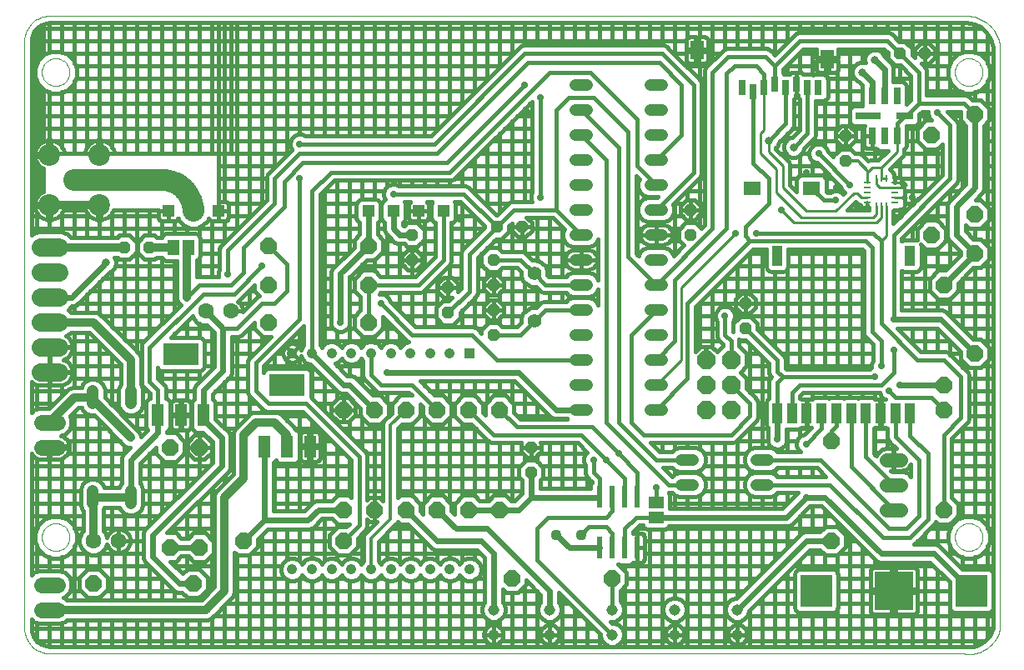
<source format=gtl>
G75*
G70*
%OFA0B0*%
%FSLAX24Y24*%
%IPPOS*%
%LPD*%
%AMOC8*
5,1,8,0,0,1.08239X$1,22.5*
%
%ADD10C,0.0000*%
%ADD11C,0.0560*%
%ADD12OC8,0.0480*%
%ADD13C,0.0740*%
%ADD14OC8,0.0740*%
%ADD15C,0.0630*%
%ADD16R,0.0551X0.0748*%
%ADD17R,0.0709X0.0551*%
%ADD18R,0.0276X0.0591*%
%ADD19C,0.0480*%
%ADD20R,0.0984X0.0315*%
%ADD21R,0.0657X0.0315*%
%ADD22R,0.0315X0.0657*%
%ADD23R,0.0475X0.0475*%
%ADD24OC8,0.0660*%
%ADD25R,0.0420X0.0420*%
%ADD26C,0.0420*%
%ADD27C,0.0866*%
%ADD28C,0.0450*%
%ADD29R,0.1560X0.1560*%
%ADD30R,0.1250X0.1250*%
%ADD31R,0.0240X0.0870*%
%ADD32C,0.0436*%
%ADD33R,0.0276X0.0110*%
%ADD34R,0.0110X0.0276*%
%ADD35R,0.0480X0.0880*%
%ADD36R,0.1417X0.0866*%
%ADD37C,0.0632*%
%ADD38C,0.0554*%
%ADD39R,0.0480X0.0880*%
%ADD40R,0.0630X0.0460*%
%ADD41R,0.0460X0.0630*%
%ADD42R,0.0394X0.0787*%
%ADD43C,0.0160*%
%ADD44C,0.0100*%
%ADD45C,0.0277*%
%ADD46C,0.0320*%
%ADD47C,0.0120*%
%ADD48C,0.0316*%
%ADD49C,0.0240*%
%ADD50C,0.0860*%
D10*
X001433Y000433D02*
X037933Y000433D01*
X039433Y001433D02*
X039433Y024683D01*
X039425Y024755D01*
X039413Y024826D01*
X039397Y024897D01*
X039377Y024966D01*
X039354Y025035D01*
X039327Y025102D01*
X039297Y025168D01*
X039264Y025232D01*
X039227Y025294D01*
X039187Y025354D01*
X039143Y025412D01*
X039097Y025468D01*
X039048Y025521D01*
X038996Y025571D01*
X038942Y025619D01*
X038885Y025664D01*
X038826Y025706D01*
X038765Y025744D01*
X038702Y025780D01*
X038637Y025812D01*
X038571Y025840D01*
X038503Y025865D01*
X038434Y025887D01*
X038364Y025905D01*
X038293Y025919D01*
X038222Y025929D01*
X038150Y025936D01*
X038077Y025939D01*
X038005Y025938D01*
X037933Y025933D01*
X001433Y025933D01*
X001373Y025931D01*
X001312Y025926D01*
X001253Y025917D01*
X001194Y025904D01*
X001135Y025888D01*
X001078Y025868D01*
X001023Y025845D01*
X000968Y025818D01*
X000916Y025789D01*
X000865Y025756D01*
X000816Y025720D01*
X000770Y025682D01*
X000726Y025640D01*
X000684Y025596D01*
X000646Y025550D01*
X000610Y025501D01*
X000577Y025450D01*
X000548Y025398D01*
X000521Y025343D01*
X000498Y025288D01*
X000478Y025231D01*
X000462Y025172D01*
X000449Y025113D01*
X000440Y025054D01*
X000435Y024993D01*
X000433Y024933D01*
X000433Y001433D01*
X000435Y001373D01*
X000440Y001312D01*
X000449Y001253D01*
X000462Y001194D01*
X000478Y001135D01*
X000498Y001078D01*
X000521Y001023D01*
X000548Y000968D01*
X000577Y000916D01*
X000610Y000865D01*
X000646Y000816D01*
X000684Y000770D01*
X000726Y000726D01*
X000770Y000684D01*
X000816Y000646D01*
X000865Y000610D01*
X000916Y000577D01*
X000968Y000548D01*
X001023Y000521D01*
X001078Y000498D01*
X001135Y000478D01*
X001194Y000462D01*
X001253Y000449D01*
X001312Y000440D01*
X001373Y000435D01*
X001433Y000433D01*
X001373Y000435D01*
X001312Y000440D01*
X001253Y000449D01*
X001194Y000462D01*
X001135Y000478D01*
X001078Y000498D01*
X001023Y000521D01*
X000968Y000548D01*
X000916Y000577D01*
X000865Y000610D01*
X000816Y000646D01*
X000770Y000684D01*
X000726Y000726D01*
X000684Y000770D01*
X000646Y000816D01*
X000610Y000865D01*
X000577Y000916D01*
X000548Y000968D01*
X000521Y001023D01*
X000498Y001078D01*
X000478Y001135D01*
X000462Y001194D01*
X000449Y001253D01*
X000440Y001312D01*
X000435Y001373D01*
X000433Y001433D01*
X001132Y005083D02*
X001134Y005130D01*
X001140Y005176D01*
X001150Y005222D01*
X001163Y005267D01*
X001181Y005310D01*
X001202Y005352D01*
X001226Y005392D01*
X001254Y005429D01*
X001285Y005464D01*
X001319Y005497D01*
X001355Y005526D01*
X001394Y005552D01*
X001435Y005575D01*
X001478Y005594D01*
X001522Y005610D01*
X001567Y005622D01*
X001613Y005630D01*
X001660Y005634D01*
X001706Y005634D01*
X001753Y005630D01*
X001799Y005622D01*
X001844Y005610D01*
X001888Y005594D01*
X001931Y005575D01*
X001972Y005552D01*
X002011Y005526D01*
X002047Y005497D01*
X002081Y005464D01*
X002112Y005429D01*
X002140Y005392D01*
X002164Y005352D01*
X002185Y005310D01*
X002203Y005267D01*
X002216Y005222D01*
X002226Y005176D01*
X002232Y005130D01*
X002234Y005083D01*
X002232Y005036D01*
X002226Y004990D01*
X002216Y004944D01*
X002203Y004899D01*
X002185Y004856D01*
X002164Y004814D01*
X002140Y004774D01*
X002112Y004737D01*
X002081Y004702D01*
X002047Y004669D01*
X002011Y004640D01*
X001972Y004614D01*
X001931Y004591D01*
X001888Y004572D01*
X001844Y004556D01*
X001799Y004544D01*
X001753Y004536D01*
X001706Y004532D01*
X001660Y004532D01*
X001613Y004536D01*
X001567Y004544D01*
X001522Y004556D01*
X001478Y004572D01*
X001435Y004591D01*
X001394Y004614D01*
X001355Y004640D01*
X001319Y004669D01*
X001285Y004702D01*
X001254Y004737D01*
X001226Y004774D01*
X001202Y004814D01*
X001181Y004856D01*
X001163Y004899D01*
X001150Y004944D01*
X001140Y004990D01*
X001134Y005036D01*
X001132Y005083D01*
X001132Y023683D02*
X001134Y023730D01*
X001140Y023776D01*
X001150Y023822D01*
X001163Y023867D01*
X001181Y023910D01*
X001202Y023952D01*
X001226Y023992D01*
X001254Y024029D01*
X001285Y024064D01*
X001319Y024097D01*
X001355Y024126D01*
X001394Y024152D01*
X001435Y024175D01*
X001478Y024194D01*
X001522Y024210D01*
X001567Y024222D01*
X001613Y024230D01*
X001660Y024234D01*
X001706Y024234D01*
X001753Y024230D01*
X001799Y024222D01*
X001844Y024210D01*
X001888Y024194D01*
X001931Y024175D01*
X001972Y024152D01*
X002011Y024126D01*
X002047Y024097D01*
X002081Y024064D01*
X002112Y024029D01*
X002140Y023992D01*
X002164Y023952D01*
X002185Y023910D01*
X002203Y023867D01*
X002216Y023822D01*
X002226Y023776D01*
X002232Y023730D01*
X002234Y023683D01*
X002232Y023636D01*
X002226Y023590D01*
X002216Y023544D01*
X002203Y023499D01*
X002185Y023456D01*
X002164Y023414D01*
X002140Y023374D01*
X002112Y023337D01*
X002081Y023302D01*
X002047Y023269D01*
X002011Y023240D01*
X001972Y023214D01*
X001931Y023191D01*
X001888Y023172D01*
X001844Y023156D01*
X001799Y023144D01*
X001753Y023136D01*
X001706Y023132D01*
X001660Y023132D01*
X001613Y023136D01*
X001567Y023144D01*
X001522Y023156D01*
X001478Y023172D01*
X001435Y023191D01*
X001394Y023214D01*
X001355Y023240D01*
X001319Y023269D01*
X001285Y023302D01*
X001254Y023337D01*
X001226Y023374D01*
X001202Y023414D01*
X001181Y023456D01*
X001163Y023499D01*
X001150Y023544D01*
X001140Y023590D01*
X001134Y023636D01*
X001132Y023683D01*
X000433Y024933D02*
X000435Y024993D01*
X000440Y025054D01*
X000449Y025113D01*
X000462Y025172D01*
X000478Y025231D01*
X000498Y025288D01*
X000521Y025343D01*
X000548Y025398D01*
X000577Y025450D01*
X000610Y025501D01*
X000646Y025550D01*
X000684Y025596D01*
X000726Y025640D01*
X000770Y025682D01*
X000816Y025720D01*
X000865Y025756D01*
X000916Y025789D01*
X000968Y025818D01*
X001023Y025845D01*
X001078Y025868D01*
X001135Y025888D01*
X001194Y025904D01*
X001253Y025917D01*
X001312Y025926D01*
X001373Y025931D01*
X001433Y025933D01*
X037632Y023683D02*
X037634Y023730D01*
X037640Y023776D01*
X037650Y023822D01*
X037663Y023867D01*
X037681Y023910D01*
X037702Y023952D01*
X037726Y023992D01*
X037754Y024029D01*
X037785Y024064D01*
X037819Y024097D01*
X037855Y024126D01*
X037894Y024152D01*
X037935Y024175D01*
X037978Y024194D01*
X038022Y024210D01*
X038067Y024222D01*
X038113Y024230D01*
X038160Y024234D01*
X038206Y024234D01*
X038253Y024230D01*
X038299Y024222D01*
X038344Y024210D01*
X038388Y024194D01*
X038431Y024175D01*
X038472Y024152D01*
X038511Y024126D01*
X038547Y024097D01*
X038581Y024064D01*
X038612Y024029D01*
X038640Y023992D01*
X038664Y023952D01*
X038685Y023910D01*
X038703Y023867D01*
X038716Y023822D01*
X038726Y023776D01*
X038732Y023730D01*
X038734Y023683D01*
X038732Y023636D01*
X038726Y023590D01*
X038716Y023544D01*
X038703Y023499D01*
X038685Y023456D01*
X038664Y023414D01*
X038640Y023374D01*
X038612Y023337D01*
X038581Y023302D01*
X038547Y023269D01*
X038511Y023240D01*
X038472Y023214D01*
X038431Y023191D01*
X038388Y023172D01*
X038344Y023156D01*
X038299Y023144D01*
X038253Y023136D01*
X038206Y023132D01*
X038160Y023132D01*
X038113Y023136D01*
X038067Y023144D01*
X038022Y023156D01*
X037978Y023172D01*
X037935Y023191D01*
X037894Y023214D01*
X037855Y023240D01*
X037819Y023269D01*
X037785Y023302D01*
X037754Y023337D01*
X037726Y023374D01*
X037702Y023414D01*
X037681Y023456D01*
X037663Y023499D01*
X037650Y023544D01*
X037640Y023590D01*
X037634Y023636D01*
X037632Y023683D01*
X037632Y005083D02*
X037634Y005130D01*
X037640Y005176D01*
X037650Y005222D01*
X037663Y005267D01*
X037681Y005310D01*
X037702Y005352D01*
X037726Y005392D01*
X037754Y005429D01*
X037785Y005464D01*
X037819Y005497D01*
X037855Y005526D01*
X037894Y005552D01*
X037935Y005575D01*
X037978Y005594D01*
X038022Y005610D01*
X038067Y005622D01*
X038113Y005630D01*
X038160Y005634D01*
X038206Y005634D01*
X038253Y005630D01*
X038299Y005622D01*
X038344Y005610D01*
X038388Y005594D01*
X038431Y005575D01*
X038472Y005552D01*
X038511Y005526D01*
X038547Y005497D01*
X038581Y005464D01*
X038612Y005429D01*
X038640Y005392D01*
X038664Y005352D01*
X038685Y005310D01*
X038703Y005267D01*
X038716Y005222D01*
X038726Y005176D01*
X038732Y005130D01*
X038734Y005083D01*
X038732Y005036D01*
X038726Y004990D01*
X038716Y004944D01*
X038703Y004899D01*
X038685Y004856D01*
X038664Y004814D01*
X038640Y004774D01*
X038612Y004737D01*
X038581Y004702D01*
X038547Y004669D01*
X038511Y004640D01*
X038472Y004614D01*
X038431Y004591D01*
X038388Y004572D01*
X038344Y004556D01*
X038299Y004544D01*
X038253Y004536D01*
X038206Y004532D01*
X038160Y004532D01*
X038113Y004536D01*
X038067Y004544D01*
X038022Y004556D01*
X037978Y004572D01*
X037935Y004591D01*
X037894Y004614D01*
X037855Y004640D01*
X037819Y004669D01*
X037785Y004702D01*
X037754Y004737D01*
X037726Y004774D01*
X037702Y004814D01*
X037681Y004856D01*
X037663Y004899D01*
X037650Y004944D01*
X037640Y004990D01*
X037634Y005036D01*
X037632Y005083D01*
X039433Y001433D02*
X039418Y001366D01*
X039399Y001299D01*
X039376Y001234D01*
X039350Y001170D01*
X039321Y001108D01*
X039288Y001047D01*
X039252Y000988D01*
X039213Y000931D01*
X039170Y000876D01*
X039125Y000824D01*
X039077Y000774D01*
X039027Y000727D01*
X038974Y000683D01*
X038919Y000642D01*
X038861Y000603D01*
X038802Y000568D01*
X038741Y000536D01*
X038678Y000508D01*
X038613Y000483D01*
X038548Y000461D01*
X038481Y000443D01*
X038413Y000429D01*
X038345Y000418D01*
X038277Y000411D01*
X038208Y000408D01*
X038139Y000409D01*
X038070Y000413D01*
X038001Y000421D01*
X037933Y000433D01*
D11*
X020808Y013733D03*
X020808Y015633D03*
D12*
X019178Y015183D03*
X019178Y014183D03*
X019178Y013183D03*
X017371Y014058D03*
X017371Y015058D03*
X015933Y016183D03*
X015933Y017183D03*
X019308Y017496D03*
X020308Y017496D03*
X019178Y016183D03*
X027058Y017183D03*
X027058Y018183D03*
X029246Y014433D03*
X029246Y013433D03*
X020683Y008683D03*
X020683Y007683D03*
X005433Y016682D03*
X004433Y016682D03*
X033246Y020121D03*
X033246Y021121D03*
X035433Y024433D03*
X036433Y024433D03*
D13*
X001816Y016683D02*
X001076Y016683D01*
X001076Y015683D02*
X001816Y015683D01*
X001816Y014683D02*
X001076Y014683D01*
X001076Y013683D02*
X001816Y013683D01*
X001816Y012683D02*
X001076Y012683D01*
X001076Y011683D02*
X001816Y011683D01*
D14*
X027683Y011183D03*
X028683Y011183D03*
X028683Y012183D03*
X027683Y012183D03*
X027683Y010183D03*
X028683Y010183D03*
D15*
X008683Y014121D03*
X007683Y014121D03*
X004189Y004939D03*
X003189Y004939D03*
D16*
X027329Y024556D03*
X032526Y024202D03*
D17*
X031896Y019044D03*
X029534Y019044D03*
D18*
X029573Y022902D03*
X029140Y023060D03*
X030006Y023060D03*
X030439Y023217D03*
X030872Y023060D03*
X031305Y023217D03*
X031739Y023060D03*
X032172Y023060D03*
D19*
X025923Y023183D02*
X025443Y023183D01*
X025443Y022183D02*
X025923Y022183D01*
X025923Y021183D02*
X025443Y021183D01*
X025443Y020183D02*
X025923Y020183D01*
X025923Y019183D02*
X025443Y019183D01*
X025443Y018183D02*
X025923Y018183D01*
X025923Y017183D02*
X025443Y017183D01*
X025443Y016183D02*
X025923Y016183D01*
X025923Y015183D02*
X025443Y015183D01*
X025443Y014183D02*
X025923Y014183D01*
X025923Y013183D02*
X025443Y013183D01*
X025443Y012183D02*
X025923Y012183D01*
X025923Y011183D02*
X025443Y011183D01*
X025443Y010183D02*
X025923Y010183D01*
X026693Y008183D02*
X027173Y008183D01*
X027173Y007183D02*
X026693Y007183D01*
X029693Y007183D02*
X030173Y007183D01*
X030173Y008183D02*
X029693Y008183D01*
X022923Y010183D02*
X022443Y010183D01*
X022443Y011183D02*
X022923Y011183D01*
X022923Y012183D02*
X022443Y012183D01*
X022443Y013183D02*
X022923Y013183D01*
X022923Y014183D02*
X022443Y014183D01*
X022443Y015183D02*
X022923Y015183D01*
X022923Y016183D02*
X022443Y016183D01*
X022443Y017183D02*
X022923Y017183D01*
X022923Y018183D02*
X022443Y018183D01*
X022443Y019183D02*
X022923Y019183D01*
X022923Y020183D02*
X022443Y020183D01*
X022443Y021183D02*
X022923Y021183D01*
X022923Y022183D02*
X022443Y022183D01*
X022443Y023183D02*
X022923Y023183D01*
X004683Y010923D02*
X004683Y010443D01*
X003167Y010440D02*
X003167Y010920D01*
X003167Y006920D02*
X003167Y006440D01*
X004683Y006443D02*
X004683Y006923D01*
D20*
X034159Y021933D03*
D21*
X035621Y021933D03*
D22*
X035308Y021120D03*
X034808Y021120D03*
X034308Y021120D03*
X034308Y022746D03*
X034808Y022746D03*
X035308Y022746D03*
D23*
X017183Y018121D03*
X016183Y018121D03*
X015183Y018121D03*
X014183Y018121D03*
X008183Y018121D03*
X007183Y018121D03*
X006183Y018121D03*
D24*
X010183Y016746D03*
X010183Y015183D03*
X010183Y013683D03*
X014183Y013683D03*
X014183Y015183D03*
X014183Y016746D03*
X014433Y010183D03*
X013183Y010183D03*
X015683Y010183D03*
X016933Y010183D03*
X018183Y010183D03*
X019433Y010183D03*
X019433Y006183D03*
X018183Y006183D03*
X016933Y006183D03*
X015683Y006183D03*
X014433Y006183D03*
X013183Y006183D03*
X013183Y004933D03*
X009183Y004933D03*
X007433Y004683D03*
X006246Y004683D03*
X007183Y003246D03*
X003183Y003246D03*
X006246Y008683D03*
X007433Y008683D03*
X019933Y003433D03*
X023933Y003433D03*
X032683Y004933D03*
X037183Y006183D03*
X032683Y008933D03*
X037183Y010183D03*
X037183Y011183D03*
X038433Y012433D03*
X037183Y015183D03*
X038433Y016433D03*
X036683Y017183D03*
X038433Y017996D03*
X036683Y021183D03*
X038433Y021996D03*
D25*
X018227Y012452D03*
D26*
X017439Y012452D03*
X016652Y012452D03*
X015864Y012452D03*
X015077Y012452D03*
X014290Y012452D03*
X013502Y012452D03*
X012715Y012452D03*
X011927Y012452D03*
X011140Y012452D03*
X011140Y003790D03*
X011927Y003790D03*
X012715Y003790D03*
X013502Y003790D03*
X014290Y003790D03*
X015077Y003790D03*
X015864Y003790D03*
X016652Y003790D03*
X017439Y003790D03*
X018227Y003790D03*
D27*
X003433Y018371D03*
X002433Y019371D03*
X001433Y020371D03*
X003433Y020371D03*
X001433Y018371D03*
D28*
X019183Y002183D03*
X019183Y001183D03*
X021433Y001183D03*
X021433Y002183D03*
X023933Y002183D03*
X023933Y001183D03*
X026433Y001183D03*
X026433Y002183D03*
X028933Y002183D03*
X028933Y001183D03*
D29*
X035183Y002933D03*
D30*
X032083Y002933D03*
X038283Y002933D03*
D31*
X024933Y004653D03*
X024433Y004653D03*
X023933Y004653D03*
X023433Y004653D03*
X023433Y006713D03*
X023933Y006713D03*
X024433Y006713D03*
X024933Y006713D03*
D32*
X022683Y005183D03*
X021683Y005183D03*
D33*
X034132Y018477D03*
X034132Y018674D03*
X034132Y018871D03*
X034132Y019068D03*
X034132Y019265D03*
X035235Y019265D03*
X035235Y019068D03*
X035235Y018871D03*
X035235Y018674D03*
X035235Y018477D03*
D34*
X034880Y018320D03*
X034683Y018320D03*
X034487Y018320D03*
X034487Y019422D03*
X034683Y019422D03*
X034880Y019422D03*
D35*
X007593Y009963D03*
X006683Y009963D03*
X005773Y009963D03*
D36*
X006683Y012403D03*
X010933Y011153D03*
D37*
X001750Y009683D02*
X001117Y009683D01*
X001117Y008683D02*
X001750Y008683D01*
X001750Y003183D02*
X001117Y003183D01*
X001117Y002183D02*
X001750Y002183D01*
D38*
X034907Y006183D02*
X035460Y006183D01*
X035460Y007183D02*
X034907Y007183D01*
X034907Y008183D02*
X035460Y008183D01*
D39*
X011843Y008713D03*
X010933Y008713D03*
X010024Y008713D03*
D40*
X025683Y006483D03*
X025683Y005883D03*
D41*
X006983Y016683D03*
X006383Y016683D03*
D42*
X030526Y016333D03*
X035841Y016333D03*
X035841Y010034D03*
X035250Y010034D03*
X034660Y010034D03*
X034069Y010034D03*
X033479Y010034D03*
X032888Y010034D03*
X032298Y010034D03*
X031707Y010034D03*
X031116Y010034D03*
X030526Y010034D03*
D43*
X001106Y000792D02*
X000924Y000924D01*
X000792Y001106D01*
X000722Y001321D01*
X000713Y001433D01*
X000713Y001801D01*
X000802Y001712D01*
X001006Y001627D01*
X001860Y001627D01*
X002065Y001712D01*
X002136Y001783D01*
X007604Y001783D01*
X007763Y001783D01*
X007910Y001844D01*
X008660Y002594D01*
X008772Y002707D01*
X008833Y002854D01*
X008833Y004477D01*
X008947Y004363D01*
X009419Y004363D01*
X009753Y004697D01*
X009753Y004994D01*
X010173Y005414D01*
X011702Y005414D01*
X011845Y005414D01*
X011977Y005468D01*
X012332Y005823D01*
X012737Y005823D01*
X012947Y005613D01*
X013411Y005613D01*
X013301Y005503D01*
X012947Y005503D01*
X012613Y005169D01*
X012613Y004697D01*
X012947Y004363D01*
X013419Y004363D01*
X013753Y004697D01*
X013753Y005051D01*
X013990Y005287D01*
X014080Y005377D01*
X014128Y005495D01*
X014128Y005796D01*
X014230Y005693D01*
X014433Y005693D01*
X014433Y006183D01*
X014434Y006183D01*
X014434Y005693D01*
X014519Y005693D01*
X014120Y005294D01*
X014120Y005294D01*
X014035Y005210D01*
X013990Y005099D01*
X013990Y004126D01*
X013908Y004045D01*
X013896Y004015D01*
X013884Y004045D01*
X013757Y004172D01*
X013592Y004240D01*
X013413Y004240D01*
X013247Y004172D01*
X013121Y004045D01*
X013109Y004015D01*
X013096Y004045D01*
X012970Y004172D01*
X012804Y004240D01*
X012625Y004240D01*
X012460Y004172D01*
X012333Y004045D01*
X012321Y004015D01*
X012309Y004045D01*
X012182Y004172D01*
X012017Y004240D01*
X011838Y004240D01*
X011673Y004172D01*
X011546Y004045D01*
X011534Y004015D01*
X011522Y004045D01*
X011395Y004172D01*
X011230Y004240D01*
X011051Y004240D01*
X010885Y004172D01*
X010759Y004045D01*
X010690Y003880D01*
X010690Y003701D01*
X010759Y003535D01*
X010885Y003409D01*
X011051Y003340D01*
X011230Y003340D01*
X011395Y003409D01*
X011522Y003535D01*
X011534Y003565D01*
X011546Y003535D01*
X011673Y003409D01*
X011838Y003340D01*
X012017Y003340D01*
X012182Y003409D01*
X012309Y003535D01*
X012321Y003565D01*
X012333Y003535D01*
X012460Y003409D01*
X012625Y003340D01*
X012804Y003340D01*
X012970Y003409D01*
X013096Y003535D01*
X013109Y003565D01*
X013121Y003535D01*
X013247Y003409D01*
X013413Y003340D01*
X013592Y003340D01*
X013757Y003409D01*
X013884Y003535D01*
X013896Y003565D01*
X013908Y003535D01*
X014035Y003409D01*
X014200Y003340D01*
X014379Y003340D01*
X014545Y003409D01*
X014671Y003535D01*
X014683Y003565D01*
X014696Y003535D01*
X014822Y003409D01*
X014988Y003340D01*
X015167Y003340D01*
X015332Y003409D01*
X015459Y003535D01*
X015471Y003565D01*
X015483Y003535D01*
X015610Y003409D01*
X015775Y003340D01*
X015954Y003340D01*
X016119Y003409D01*
X016246Y003535D01*
X016258Y003565D01*
X016270Y003535D01*
X016397Y003409D01*
X016562Y003340D01*
X016741Y003340D01*
X016907Y003409D01*
X017033Y003535D01*
X017046Y003565D01*
X017058Y003535D01*
X017184Y003409D01*
X017350Y003340D01*
X017529Y003340D01*
X017694Y003409D01*
X017821Y003535D01*
X017833Y003565D01*
X017845Y003535D01*
X017972Y003409D01*
X018137Y003340D01*
X018316Y003340D01*
X018482Y003409D01*
X018608Y003535D01*
X018677Y003701D01*
X018677Y003880D01*
X018608Y004045D01*
X018482Y004172D01*
X018316Y004240D01*
X018137Y004240D01*
X017972Y004172D01*
X017845Y004045D01*
X017833Y004015D01*
X017821Y004045D01*
X017694Y004172D01*
X017529Y004240D01*
X017350Y004240D01*
X017184Y004172D01*
X017058Y004045D01*
X017046Y004015D01*
X017033Y004045D01*
X016907Y004172D01*
X016741Y004240D01*
X016562Y004240D01*
X016397Y004172D01*
X016270Y004045D01*
X016258Y004015D01*
X016246Y004045D01*
X016119Y004172D01*
X015954Y004240D01*
X015775Y004240D01*
X015610Y004172D01*
X015483Y004045D01*
X015471Y004015D01*
X015459Y004045D01*
X015332Y004172D01*
X015167Y004240D01*
X014988Y004240D01*
X014822Y004172D01*
X014696Y004045D01*
X014683Y004015D01*
X014671Y004045D01*
X014590Y004126D01*
X014590Y004915D01*
X015228Y005554D01*
X015228Y005554D01*
X015313Y005638D01*
X015345Y005716D01*
X015447Y005613D01*
X015744Y005613D01*
X016628Y004729D01*
X016729Y004628D01*
X016862Y004573D01*
X018534Y004573D01*
X018823Y004284D01*
X018823Y002481D01*
X018789Y002447D01*
X018718Y002276D01*
X018718Y002091D01*
X018789Y001920D01*
X018920Y001789D01*
X019091Y001718D01*
X019276Y001718D01*
X019447Y001789D01*
X019578Y001920D01*
X019648Y002091D01*
X019648Y002276D01*
X019578Y002447D01*
X019543Y002481D01*
X019543Y003017D01*
X019697Y002863D01*
X020169Y002863D01*
X020503Y003197D01*
X020503Y003354D01*
X021073Y002784D01*
X021073Y002481D01*
X021039Y002447D01*
X020968Y002276D01*
X020968Y002091D01*
X021039Y001920D01*
X021170Y001789D01*
X021341Y001718D01*
X021526Y001718D01*
X021697Y001789D01*
X021828Y001920D01*
X021898Y002091D01*
X021898Y002276D01*
X021828Y002447D01*
X021793Y002481D01*
X021793Y002862D01*
X021793Y002871D01*
X023468Y001196D01*
X023468Y001091D01*
X023539Y000920D01*
X023670Y000789D01*
X023841Y000718D01*
X024026Y000718D01*
X024197Y000789D01*
X024328Y000920D01*
X024398Y001091D01*
X024398Y001276D01*
X024328Y001447D01*
X024197Y001578D01*
X024026Y001648D01*
X023921Y001648D01*
X023851Y001718D01*
X024026Y001718D01*
X024197Y001789D01*
X024328Y001920D01*
X024398Y002091D01*
X024398Y002276D01*
X024328Y002447D01*
X024253Y002521D01*
X024253Y002947D01*
X024503Y003197D01*
X024503Y003669D01*
X024169Y004003D01*
X024161Y004003D01*
X024183Y004012D01*
X024266Y003978D01*
X024601Y003978D01*
X024689Y004015D01*
X024747Y004072D01*
X024752Y004069D01*
X024792Y004058D01*
X024933Y004058D01*
X024933Y004653D01*
X024934Y004653D01*
X024934Y004654D01*
X024933Y004654D01*
X024933Y005248D01*
X024792Y005248D01*
X024753Y005238D01*
X024753Y005301D01*
X025016Y005563D01*
X025146Y005563D01*
X025165Y005517D01*
X025232Y005450D01*
X025321Y005413D01*
X026046Y005413D01*
X026134Y005450D01*
X026202Y005517D01*
X026204Y005523D01*
X030955Y005523D01*
X031087Y005578D01*
X031189Y005679D01*
X031832Y006323D01*
X032284Y006323D01*
X034378Y004229D01*
X034479Y004128D01*
X034612Y004073D01*
X036634Y004073D01*
X037418Y003289D01*
X037418Y002261D01*
X037455Y002172D01*
X037522Y002105D01*
X037611Y002068D01*
X038956Y002068D01*
X039044Y002105D01*
X039112Y002172D01*
X039148Y002261D01*
X039148Y003606D01*
X039112Y003694D01*
X039044Y003762D01*
X038956Y003798D01*
X037927Y003798D01*
X036987Y004739D01*
X036855Y004793D01*
X036712Y004793D01*
X035996Y004793D01*
X036080Y004877D01*
X036830Y005627D01*
X036860Y005701D01*
X036947Y005613D01*
X037419Y005613D01*
X037753Y005947D01*
X037753Y006419D01*
X037503Y006669D01*
X037503Y009051D01*
X038052Y009600D01*
X038142Y009690D01*
X038191Y009807D01*
X038191Y011432D01*
X038191Y011560D01*
X038142Y011677D01*
X037455Y012365D01*
X037365Y012455D01*
X037247Y012503D01*
X036253Y012503D01*
X035308Y013448D01*
X036909Y013448D01*
X037863Y012494D01*
X037863Y012197D01*
X038197Y011863D01*
X038669Y011863D01*
X039003Y012197D01*
X039003Y012669D01*
X038669Y013003D01*
X038372Y013003D01*
X037262Y014114D01*
X037130Y014168D01*
X036987Y014168D01*
X035503Y014168D01*
X035503Y015741D01*
X035508Y015736D01*
X035596Y015699D01*
X036085Y015699D01*
X036174Y015736D01*
X036241Y015803D01*
X036278Y015892D01*
X036278Y016774D01*
X036272Y016789D01*
X036447Y016613D01*
X036919Y016613D01*
X037253Y016947D01*
X037253Y017419D01*
X036919Y017753D01*
X036447Y017753D01*
X036113Y017419D01*
X036113Y016955D01*
X036085Y016967D01*
X035596Y016967D01*
X035508Y016930D01*
X035503Y016925D01*
X035503Y017051D01*
X037615Y019162D01*
X037705Y019252D01*
X037753Y019370D01*
X037753Y021495D01*
X037753Y021622D01*
X037705Y021740D01*
X037331Y022113D01*
X037863Y022113D01*
X037863Y021760D01*
X038073Y021550D01*
X038073Y019207D01*
X037479Y018614D01*
X037378Y018512D01*
X037323Y018380D01*
X037323Y017255D01*
X037323Y017112D01*
X037378Y016979D01*
X037863Y016494D01*
X037863Y016372D01*
X037244Y015753D01*
X036947Y015753D01*
X036613Y015419D01*
X036613Y014947D01*
X036947Y014613D01*
X037419Y014613D01*
X037753Y014947D01*
X037753Y015244D01*
X038372Y015863D01*
X038669Y015863D01*
X039003Y016197D01*
X039003Y016669D01*
X038669Y017003D01*
X038372Y017003D01*
X038043Y017332D01*
X038043Y017580D01*
X038197Y017426D01*
X038669Y017426D01*
X039003Y017760D01*
X039003Y018232D01*
X038669Y018566D01*
X038450Y018566D01*
X038739Y018854D01*
X038793Y018987D01*
X038793Y019130D01*
X038793Y021550D01*
X039003Y021760D01*
X039003Y022232D01*
X038669Y022566D01*
X038316Y022566D01*
X038177Y022705D01*
X038060Y022753D01*
X037932Y022753D01*
X036503Y022753D01*
X036503Y023620D01*
X036503Y023747D01*
X036455Y023865D01*
X036286Y024033D01*
X036433Y024033D01*
X036433Y024433D01*
X036033Y024433D01*
X036033Y024286D01*
X035913Y024406D01*
X035913Y024632D01*
X035632Y024913D01*
X035406Y024913D01*
X035115Y025205D01*
X034997Y025253D01*
X034870Y025253D01*
X031370Y025253D01*
X031252Y025205D01*
X031162Y025115D01*
X031162Y025115D01*
X030433Y024386D01*
X030330Y024490D01*
X030240Y024580D01*
X030122Y024628D01*
X028622Y024628D01*
X028495Y024628D01*
X028377Y024580D01*
X027662Y023865D01*
X027613Y023747D01*
X027613Y023620D01*
X027613Y017566D01*
X027484Y017437D01*
X027257Y017663D01*
X026860Y017663D01*
X026578Y017382D01*
X026578Y016985D01*
X026805Y016758D01*
X026381Y016333D01*
X026330Y016455D01*
X026195Y016590D01*
X026019Y016663D01*
X025348Y016663D01*
X025171Y016590D01*
X025036Y016455D01*
X024986Y016333D01*
X024878Y016441D01*
X024878Y019536D01*
X025014Y019400D01*
X024963Y019279D01*
X024963Y019088D01*
X025036Y018911D01*
X025171Y018776D01*
X025348Y018703D01*
X025751Y018703D01*
X025711Y018663D01*
X025348Y018663D01*
X025171Y018590D01*
X025036Y018455D01*
X024963Y018279D01*
X024963Y018088D01*
X025036Y017911D01*
X025171Y017776D01*
X025348Y017703D01*
X026019Y017703D01*
X026195Y017776D01*
X026330Y017911D01*
X026403Y018088D01*
X026403Y018279D01*
X026353Y018400D01*
X027365Y019412D01*
X027455Y019502D01*
X027503Y019620D01*
X027503Y023120D01*
X027503Y023247D01*
X027455Y023365D01*
X026205Y024615D01*
X026115Y024705D01*
X025997Y024753D01*
X020497Y024753D01*
X020370Y024753D01*
X020252Y024705D01*
X016676Y021128D01*
X011649Y021128D01*
X011648Y021129D01*
X011509Y021187D01*
X011358Y021187D01*
X011219Y021129D01*
X011113Y021023D01*
X011055Y020884D01*
X011055Y020733D01*
X011113Y020594D01*
X011127Y020580D01*
X010162Y019615D01*
X010113Y019497D01*
X010113Y019370D01*
X010113Y018566D01*
X008287Y016740D01*
X008238Y016622D01*
X008238Y016495D01*
X008238Y015805D01*
X008238Y015804D01*
X008180Y015665D01*
X008180Y015514D01*
X008185Y015503D01*
X007370Y015503D01*
X007333Y015488D01*
X007333Y016158D01*
X007349Y016165D01*
X007417Y016232D01*
X007453Y016321D01*
X007453Y017046D01*
X007417Y017134D01*
X007349Y017202D01*
X007261Y017238D01*
X006706Y017238D01*
X006683Y017229D01*
X006661Y017238D01*
X006106Y017238D01*
X006017Y017202D01*
X005950Y017134D01*
X005928Y017082D01*
X005712Y017082D01*
X005632Y017162D01*
X005234Y017162D01*
X004953Y016880D01*
X004953Y016483D01*
X005234Y016202D01*
X005632Y016202D01*
X005712Y016282D01*
X005930Y016282D01*
X005950Y016232D01*
X006017Y016165D01*
X006106Y016128D01*
X006533Y016128D01*
X006533Y014604D01*
X006594Y014457D01*
X006685Y014366D01*
X005253Y012955D01*
X005252Y012955D01*
X005207Y012909D01*
X005163Y012867D01*
X005163Y012866D01*
X005162Y012865D01*
X005138Y012806D01*
X005114Y012749D01*
X005114Y012748D01*
X005113Y012747D01*
X005113Y012686D01*
X005113Y012622D01*
X005113Y012621D01*
X005113Y011245D01*
X005162Y011127D01*
X005252Y011037D01*
X005453Y010836D01*
X005453Y010630D01*
X005397Y010607D01*
X005330Y010539D01*
X005293Y010451D01*
X005293Y009476D01*
X005330Y009387D01*
X005354Y009363D01*
X005083Y009092D01*
X005083Y009138D01*
X005022Y009285D01*
X003647Y010660D01*
X003647Y011015D01*
X003574Y011191D01*
X003439Y011326D01*
X003263Y011400D01*
X003072Y011400D01*
X002895Y011326D01*
X002760Y011191D01*
X002714Y011080D01*
X002509Y011080D01*
X002350Y011080D01*
X002203Y011019D01*
X001424Y010240D01*
X001006Y010240D01*
X000802Y010155D01*
X000713Y010066D01*
X000713Y011296D01*
X000730Y011279D01*
X000798Y011230D01*
X000872Y011192D01*
X000952Y011166D01*
X001034Y011153D01*
X001426Y011153D01*
X001426Y011663D01*
X001466Y011663D01*
X001466Y011703D01*
X002346Y011703D01*
X002346Y011725D01*
X002333Y011807D01*
X002307Y011887D01*
X002269Y011961D01*
X002220Y012029D01*
X002161Y012088D01*
X002093Y012137D01*
X002019Y012174D01*
X001992Y012183D01*
X002019Y012192D01*
X002093Y012230D01*
X002161Y012279D01*
X002220Y012338D01*
X002269Y012406D01*
X002307Y012480D01*
X002333Y012559D01*
X002346Y012642D01*
X002346Y012663D01*
X001466Y012663D01*
X001466Y012703D01*
X002346Y012703D01*
X002346Y012725D01*
X002333Y012807D01*
X002307Y012887D01*
X002269Y012961D01*
X002220Y013029D01*
X002161Y013088D01*
X002093Y013137D01*
X002092Y013137D01*
X002161Y013166D01*
X002278Y013283D01*
X003018Y013283D01*
X004283Y012018D01*
X004283Y011202D01*
X004276Y011195D01*
X004203Y011019D01*
X004203Y010348D01*
X004276Y010171D01*
X004411Y010036D01*
X004588Y009963D01*
X004779Y009963D01*
X004955Y010036D01*
X005090Y010171D01*
X005163Y010348D01*
X005163Y011019D01*
X005090Y011195D01*
X005083Y011202D01*
X005083Y012263D01*
X005022Y012410D01*
X004910Y012522D01*
X003410Y014022D01*
X003263Y014083D01*
X003104Y014083D01*
X002278Y014083D01*
X002178Y014183D01*
X002318Y014323D01*
X002380Y014323D01*
X002512Y014378D01*
X002614Y014479D01*
X003817Y015683D01*
X003909Y015721D01*
X004021Y015833D01*
X004081Y015979D01*
X004081Y016138D01*
X004021Y016283D01*
X004153Y016283D01*
X004234Y016202D01*
X004632Y016202D01*
X004913Y016483D01*
X004913Y016880D01*
X004632Y017162D01*
X004234Y017162D01*
X004156Y017083D01*
X002278Y017083D01*
X002161Y017200D01*
X001937Y017293D01*
X000954Y017293D01*
X000730Y017200D01*
X000713Y017184D01*
X000713Y018183D01*
X000713Y024933D01*
X008683Y024933D01*
X008683Y024433D02*
X002045Y024433D01*
X002154Y024388D02*
X001849Y024515D01*
X001518Y024515D01*
X001213Y024388D01*
X000979Y024154D01*
X000852Y023849D01*
X000852Y023518D01*
X000979Y023213D01*
X001213Y022979D01*
X001518Y022852D01*
X001849Y022852D01*
X002154Y022979D01*
X002388Y023213D01*
X002515Y023518D01*
X002515Y023849D01*
X002388Y024154D01*
X002154Y024388D01*
X001933Y024479D02*
X001933Y025653D01*
X001489Y025653D02*
X008683Y025653D01*
X008683Y020433D01*
X003501Y020433D01*
X003501Y020439D01*
X003366Y020439D01*
X003366Y020961D01*
X003294Y020949D01*
X003206Y020920D01*
X003123Y020878D01*
X003047Y020823D01*
X002981Y020757D01*
X002926Y020682D01*
X002884Y020599D01*
X002855Y020510D01*
X002844Y020439D01*
X003365Y020439D01*
X003365Y020433D01*
X001501Y020433D01*
X001501Y020439D01*
X001366Y020439D01*
X001366Y020961D01*
X001294Y020949D01*
X001206Y020920D01*
X001123Y020878D01*
X001047Y020823D01*
X000981Y020757D01*
X000926Y020682D01*
X000884Y020599D01*
X000855Y020510D01*
X000844Y020439D01*
X001365Y020439D01*
X001365Y020433D01*
X000713Y020433D01*
X000713Y024933D01*
X000722Y025046D01*
X000792Y025260D01*
X000924Y025442D01*
X001106Y025575D01*
X001321Y025645D01*
X001433Y025653D01*
X001433Y024479D01*
X001322Y024433D02*
X000713Y024433D01*
X000713Y024373D02*
X001183Y024373D01*
X001183Y024359D02*
X001183Y025600D01*
X001106Y025575D01*
X000924Y025442D01*
X000792Y025260D01*
X000722Y025046D01*
X000713Y024933D01*
X000719Y025008D02*
X001183Y025008D01*
X001183Y025166D02*
X000761Y025166D01*
X000839Y025325D02*
X001183Y025325D01*
X001183Y025483D02*
X000980Y025483D01*
X000933Y025449D02*
X000933Y024045D01*
X000938Y024056D02*
X000713Y024056D01*
X000713Y023933D02*
X000887Y023933D01*
X000873Y023898D02*
X000713Y023898D01*
X000852Y023849D02*
X000852Y023518D01*
X000979Y023213D01*
X001183Y023008D01*
X001183Y020909D01*
X001123Y020878D01*
X001047Y020823D01*
X000981Y020757D01*
X000926Y020682D01*
X000884Y020599D01*
X000855Y020510D01*
X000844Y020439D01*
X001183Y020439D01*
X001183Y020303D01*
X000844Y020303D01*
X000855Y020232D01*
X000884Y020143D01*
X000926Y020060D01*
X000981Y019984D01*
X001047Y019919D01*
X001123Y019864D01*
X001183Y019833D01*
X001183Y018909D01*
X001123Y018878D01*
X001047Y018823D01*
X000981Y018757D01*
X000926Y018682D01*
X000884Y018599D01*
X000855Y018510D01*
X000844Y018439D01*
X001183Y018439D01*
X001183Y018303D01*
X000844Y018303D01*
X000855Y018232D01*
X000871Y018183D01*
X000713Y018183D01*
X000871Y018183D01*
X000884Y018143D01*
X000926Y018060D01*
X000981Y017984D01*
X001047Y017919D01*
X001123Y017864D01*
X001206Y017821D01*
X001294Y017792D01*
X001366Y017781D01*
X001366Y018183D01*
X001501Y018183D01*
X001501Y017781D01*
X001572Y017792D01*
X001661Y017821D01*
X001744Y017864D01*
X001820Y017919D01*
X001886Y017984D01*
X001941Y018060D01*
X001983Y018143D01*
X001996Y018183D01*
X002871Y018183D01*
X002884Y018143D01*
X002926Y018060D01*
X002981Y017984D01*
X003047Y017919D01*
X003123Y017864D01*
X003206Y017821D01*
X003294Y017792D01*
X003366Y017781D01*
X003366Y018183D01*
X003501Y018183D01*
X003501Y017781D01*
X003572Y017792D01*
X003661Y017821D01*
X003744Y017864D01*
X003820Y017919D01*
X003886Y017984D01*
X003941Y018060D01*
X003983Y018143D01*
X003996Y018183D01*
X005786Y018183D01*
X005786Y018121D01*
X006183Y018121D01*
X006183Y018121D01*
X005786Y018121D01*
X005786Y017862D01*
X005797Y017822D01*
X005818Y017785D01*
X005848Y017755D01*
X005884Y017734D01*
X005925Y017723D01*
X006183Y017723D01*
X006183Y018120D01*
X006184Y018120D01*
X006184Y017723D01*
X006442Y017723D01*
X006483Y017734D01*
X006519Y017755D01*
X006549Y017785D01*
X006570Y017822D01*
X006575Y017840D01*
X006615Y017741D01*
X006804Y017553D01*
X007050Y017451D01*
X007317Y017451D01*
X007563Y017553D01*
X007751Y017741D01*
X007792Y017840D01*
X007797Y017822D01*
X007818Y017785D01*
X007848Y017755D01*
X007884Y017734D01*
X007925Y017723D01*
X008183Y017723D01*
X008183Y018120D01*
X008184Y018120D01*
X008184Y017723D01*
X008442Y017723D01*
X008483Y017734D01*
X008519Y017755D01*
X008549Y017785D01*
X008570Y017822D01*
X008581Y017862D01*
X008581Y018121D01*
X008581Y018379D01*
X008570Y018420D01*
X008549Y018457D01*
X008519Y018486D01*
X008483Y018507D01*
X008442Y018518D01*
X008184Y018518D01*
X008184Y018121D01*
X008581Y018121D01*
X008184Y018121D01*
X008184Y018121D01*
X008183Y018121D01*
X008183Y018183D01*
X008183Y018183D01*
X008183Y025653D01*
X037891Y025653D01*
X037903Y025649D01*
X037946Y025653D01*
X037989Y025653D01*
X037994Y025655D01*
X038103Y025658D01*
X038386Y025609D01*
X038647Y025489D01*
X038867Y025305D01*
X039033Y025070D01*
X039132Y024800D01*
X039153Y024665D01*
X039153Y001468D01*
X039125Y001363D01*
X039010Y001130D01*
X038838Y000935D01*
X038622Y000791D01*
X038376Y000707D01*
X038117Y000691D01*
X038009Y000705D01*
X037989Y000713D01*
X037961Y000713D01*
X037934Y000719D01*
X037906Y000713D01*
X001489Y000713D01*
X001433Y000713D01*
X001321Y000722D01*
X001106Y000792D01*
X000933Y000918D02*
X000933Y001657D01*
X000713Y001433D02*
X018889Y001433D01*
X018884Y001429D02*
X018842Y001366D01*
X018813Y001296D01*
X018798Y001221D01*
X018798Y001184D01*
X019183Y001184D01*
X019183Y001568D01*
X019145Y001568D01*
X019071Y001554D01*
X019001Y001525D01*
X018938Y001482D01*
X018884Y001429D01*
X018933Y001478D02*
X018933Y001784D01*
X018784Y001933D02*
X007999Y001933D01*
X007933Y001868D02*
X007933Y000713D01*
X007433Y000713D02*
X007433Y001783D01*
X006933Y001783D02*
X006933Y000713D01*
X006433Y000713D02*
X006433Y001783D01*
X005933Y001783D02*
X005933Y000713D01*
X005433Y000713D02*
X005433Y001783D01*
X004933Y001783D02*
X004933Y000713D01*
X004433Y000713D02*
X004433Y001783D01*
X003933Y001783D02*
X003933Y000713D01*
X003433Y000713D02*
X003433Y001783D01*
X002933Y001783D02*
X002933Y000713D01*
X002433Y000713D02*
X002433Y001783D01*
X001933Y001657D02*
X001933Y000713D01*
X001433Y000713D02*
X001433Y001627D01*
X000918Y000933D02*
X018889Y000933D01*
X018884Y000938D02*
X018938Y000884D01*
X019001Y000842D01*
X019071Y000813D01*
X019145Y000798D01*
X019183Y000798D01*
X019183Y001183D01*
X018798Y001183D01*
X018798Y001145D01*
X018813Y001071D01*
X018842Y001001D01*
X018884Y000938D01*
X018933Y000889D02*
X018933Y000713D01*
X019184Y000798D02*
X019221Y000798D01*
X019296Y000813D01*
X019366Y000842D01*
X019429Y000884D01*
X019482Y000938D01*
X019525Y001001D01*
X019554Y001071D01*
X019568Y001145D01*
X019568Y001183D01*
X019184Y001183D01*
X019184Y001184D01*
X019183Y001184D01*
X019183Y001183D01*
X019184Y001183D01*
X019184Y000798D01*
X019183Y000933D02*
X019184Y000933D01*
X019184Y001184D02*
X019568Y001184D01*
X019568Y001221D01*
X019554Y001296D01*
X019525Y001366D01*
X019482Y001429D01*
X019429Y001482D01*
X019366Y001525D01*
X019296Y001554D01*
X019221Y001568D01*
X019184Y001568D01*
X019184Y001184D01*
X019433Y001183D02*
X019433Y001184D01*
X019478Y001433D02*
X021139Y001433D01*
X021134Y001429D02*
X021092Y001366D01*
X021063Y001296D01*
X021048Y001221D01*
X021048Y001184D01*
X021433Y001184D01*
X021433Y001568D01*
X021395Y001568D01*
X021321Y001554D01*
X021251Y001525D01*
X021188Y001482D01*
X021134Y001429D01*
X021048Y001183D02*
X021048Y001145D01*
X021063Y001071D01*
X021092Y001001D01*
X021134Y000938D01*
X021188Y000884D01*
X021251Y000842D01*
X021321Y000813D01*
X021395Y000798D01*
X021433Y000798D01*
X021433Y001183D01*
X021048Y001183D01*
X021139Y000933D02*
X019478Y000933D01*
X019433Y000889D02*
X019433Y000713D01*
X019933Y000713D02*
X019933Y002863D01*
X019627Y002933D02*
X019543Y002933D01*
X020239Y002933D02*
X020924Y002933D01*
X020933Y002924D02*
X020933Y000713D01*
X020433Y000713D02*
X020433Y003127D01*
X021034Y002433D02*
X019583Y002433D01*
X019583Y001933D02*
X021034Y001933D01*
X021433Y001718D02*
X021433Y001184D01*
X021434Y001184D01*
X021434Y001568D01*
X021471Y001568D01*
X021546Y001554D01*
X021616Y001525D01*
X021679Y001482D01*
X021732Y001429D01*
X021775Y001366D01*
X021804Y001296D01*
X021818Y001221D01*
X021818Y001184D01*
X021434Y001184D01*
X021434Y001183D01*
X021818Y001183D01*
X021818Y001145D01*
X021804Y001071D01*
X021775Y001001D01*
X021732Y000938D01*
X021679Y000884D01*
X021616Y000842D01*
X021546Y000813D01*
X021471Y000798D01*
X021434Y000798D01*
X021434Y001183D01*
X021433Y001183D01*
X021433Y001184D01*
X021433Y001183D02*
X021433Y000713D01*
X021433Y000933D02*
X021434Y000933D01*
X021728Y000933D02*
X023534Y000933D01*
X023433Y000713D02*
X023433Y001231D01*
X023231Y001433D02*
X021728Y001433D01*
X021434Y001433D02*
X021433Y001433D01*
X021833Y001933D02*
X022731Y001933D01*
X022933Y001731D02*
X022933Y000713D01*
X022433Y000713D02*
X022433Y002231D01*
X022231Y002433D02*
X021833Y002433D01*
X021933Y002731D02*
X021933Y000713D01*
X023933Y000713D02*
X023933Y000718D01*
X024333Y000933D02*
X026139Y000933D01*
X026134Y000938D02*
X026188Y000884D01*
X026251Y000842D01*
X026321Y000813D01*
X026395Y000798D01*
X026433Y000798D01*
X026433Y001183D01*
X026048Y001183D01*
X026048Y001145D01*
X026063Y001071D01*
X026092Y001001D01*
X026134Y000938D01*
X026048Y001184D02*
X026433Y001184D01*
X026433Y001568D01*
X026395Y001568D01*
X026321Y001554D01*
X026251Y001525D01*
X026188Y001482D01*
X026134Y001429D01*
X026092Y001366D01*
X026063Y001296D01*
X026048Y001221D01*
X026048Y001184D01*
X026139Y001433D02*
X024333Y001433D01*
X023933Y001648D02*
X023933Y001718D01*
X024333Y001933D02*
X026034Y001933D01*
X026039Y001920D02*
X026170Y001789D01*
X026341Y001718D01*
X026526Y001718D01*
X026697Y001789D01*
X026828Y001920D01*
X026898Y002091D01*
X026898Y002276D01*
X026828Y002447D01*
X026697Y002578D01*
X026526Y002648D01*
X026341Y002648D01*
X026170Y002578D01*
X026039Y002447D01*
X025968Y002276D01*
X025968Y002091D01*
X026039Y001920D01*
X026433Y001718D02*
X026433Y001184D01*
X026434Y001184D01*
X026434Y001568D01*
X026471Y001568D01*
X026546Y001554D01*
X026616Y001525D01*
X026679Y001482D01*
X026732Y001429D01*
X026775Y001366D01*
X026804Y001296D01*
X026818Y001221D01*
X026818Y001184D01*
X026434Y001184D01*
X026434Y001183D01*
X026818Y001183D01*
X026818Y001145D01*
X026804Y001071D01*
X026775Y001001D01*
X026732Y000938D01*
X026679Y000884D01*
X026616Y000842D01*
X026546Y000813D01*
X026471Y000798D01*
X026434Y000798D01*
X026434Y001183D01*
X026433Y001183D01*
X026433Y001184D01*
X026433Y001183D02*
X026433Y000713D01*
X026433Y000933D02*
X026434Y000933D01*
X026728Y000933D02*
X028639Y000933D01*
X028634Y000938D02*
X028688Y000884D01*
X028751Y000842D01*
X028821Y000813D01*
X028895Y000798D01*
X028933Y000798D01*
X028933Y001183D01*
X028548Y001183D01*
X028548Y001145D01*
X028563Y001071D01*
X028592Y001001D01*
X028634Y000938D01*
X028548Y001184D02*
X028933Y001184D01*
X028933Y001568D01*
X028895Y001568D01*
X028821Y001554D01*
X028751Y001525D01*
X028688Y001482D01*
X028634Y001429D01*
X028592Y001366D01*
X028563Y001296D01*
X028548Y001221D01*
X028548Y001184D01*
X028639Y001433D02*
X026728Y001433D01*
X026434Y001433D02*
X026433Y001433D01*
X026833Y001933D02*
X028534Y001933D01*
X028539Y001920D02*
X028670Y001789D01*
X028841Y001718D01*
X029026Y001718D01*
X029197Y001789D01*
X029328Y001920D01*
X029398Y002091D01*
X029398Y002139D01*
X031832Y004573D01*
X032237Y004573D01*
X032447Y004363D01*
X032919Y004363D01*
X033253Y004697D01*
X033253Y005169D01*
X032919Y005503D01*
X032447Y005503D01*
X032237Y005293D01*
X031755Y005293D01*
X031612Y005293D01*
X031479Y005239D01*
X028889Y002648D01*
X028841Y002648D01*
X028670Y002578D01*
X028539Y002447D01*
X028468Y002276D01*
X028468Y002091D01*
X028539Y001920D01*
X028933Y001718D02*
X028933Y001184D01*
X028934Y001184D01*
X028934Y001568D01*
X028971Y001568D01*
X029046Y001554D01*
X029116Y001525D01*
X029179Y001482D01*
X029232Y001429D01*
X029275Y001366D01*
X029304Y001296D01*
X029318Y001221D01*
X029318Y001184D01*
X028934Y001184D01*
X028934Y001183D01*
X029318Y001183D01*
X029318Y001145D01*
X029304Y001071D01*
X029275Y001001D01*
X029232Y000938D01*
X029179Y000884D01*
X029116Y000842D01*
X029046Y000813D01*
X028971Y000798D01*
X028934Y000798D01*
X028934Y001183D01*
X028933Y001183D01*
X028933Y001184D01*
X028933Y001183D02*
X028933Y000713D01*
X028933Y000933D02*
X028934Y000933D01*
X029228Y000933D02*
X038836Y000933D01*
X038933Y001043D02*
X038933Y002068D01*
X039153Y001933D02*
X029333Y001933D01*
X029433Y002174D02*
X029433Y000713D01*
X029933Y000713D02*
X029933Y002674D01*
X029692Y002433D02*
X031218Y002433D01*
X031218Y002261D02*
X031255Y002172D01*
X031322Y002105D01*
X031411Y002068D01*
X032756Y002068D01*
X032844Y002105D01*
X032912Y002172D01*
X032948Y002261D01*
X032948Y003606D01*
X032912Y003694D01*
X032844Y003762D01*
X032756Y003798D01*
X031411Y003798D01*
X031322Y003762D01*
X031255Y003694D01*
X031218Y003606D01*
X031218Y002261D01*
X031433Y002068D02*
X031433Y000713D01*
X030933Y000713D02*
X030933Y003674D01*
X030692Y003433D02*
X031218Y003433D01*
X031433Y003798D02*
X031433Y004174D01*
X031192Y003933D02*
X036774Y003933D01*
X036933Y003774D02*
X036933Y000713D01*
X036433Y000713D02*
X036433Y004073D01*
X036091Y003812D02*
X036062Y003841D01*
X036025Y003862D01*
X035984Y003873D01*
X035263Y003873D01*
X035263Y003014D01*
X035103Y003014D01*
X035103Y003873D01*
X034382Y003873D01*
X034342Y003862D01*
X034305Y003841D01*
X034275Y003812D01*
X034254Y003775D01*
X034243Y003734D01*
X034243Y003013D01*
X035103Y003013D01*
X035103Y002853D01*
X034243Y002853D01*
X034243Y002132D01*
X034254Y002092D01*
X034275Y002055D01*
X034305Y002025D01*
X034342Y002004D01*
X034382Y001993D01*
X035103Y001993D01*
X035103Y002853D01*
X035263Y002853D01*
X035263Y001993D01*
X035984Y001993D01*
X036025Y002004D01*
X036062Y002025D01*
X036091Y002055D01*
X036112Y002092D01*
X036123Y002132D01*
X036123Y002853D01*
X035264Y002853D01*
X035264Y003013D01*
X036123Y003013D01*
X036123Y003734D01*
X036112Y003775D01*
X036091Y003812D01*
X035933Y003873D02*
X035933Y004073D01*
X035433Y004073D02*
X035433Y003873D01*
X034933Y003873D02*
X034933Y004073D01*
X034433Y004174D02*
X034433Y003873D01*
X034243Y003433D02*
X032948Y003433D01*
X032933Y003642D02*
X032933Y004377D01*
X032989Y004433D02*
X034174Y004433D01*
X033933Y004674D02*
X033933Y000713D01*
X034433Y000713D02*
X034433Y001993D01*
X034243Y002433D02*
X032948Y002433D01*
X032933Y002224D02*
X032933Y000713D01*
X032433Y000713D02*
X032433Y002068D01*
X031933Y002068D02*
X031933Y000713D01*
X033433Y000713D02*
X033433Y005174D01*
X033253Y004933D02*
X033674Y004933D01*
X033174Y005433D02*
X032989Y005433D01*
X032933Y005489D02*
X032933Y005674D01*
X032674Y005933D02*
X031442Y005933D01*
X031433Y005924D02*
X031433Y005192D01*
X031174Y004933D02*
X025213Y004933D01*
X025213Y005109D02*
X025202Y005150D01*
X025181Y005187D01*
X025152Y005216D01*
X025115Y005237D01*
X025074Y005248D01*
X024934Y005248D01*
X024934Y004654D01*
X025213Y004654D01*
X025213Y005109D01*
X024934Y004933D02*
X024933Y004933D01*
X024933Y004654D02*
X024933Y005481D01*
X024886Y005433D02*
X025272Y005433D01*
X025433Y005413D02*
X025433Y000713D01*
X024933Y000713D02*
X024933Y004653D01*
X024934Y004653D02*
X024934Y004058D01*
X025074Y004058D01*
X025115Y004069D01*
X025152Y004090D01*
X025181Y004120D01*
X025202Y004157D01*
X025213Y004197D01*
X025213Y004653D01*
X024934Y004653D01*
X024933Y004433D02*
X024934Y004433D01*
X025213Y004433D02*
X030674Y004433D01*
X030433Y004192D02*
X030433Y005523D01*
X029933Y005523D02*
X029933Y003692D01*
X030174Y003933D02*
X024239Y003933D01*
X024433Y003978D02*
X024433Y003739D01*
X024503Y003433D02*
X029674Y003433D01*
X029433Y003192D02*
X029433Y005523D01*
X028933Y005523D02*
X028933Y002692D01*
X029174Y002933D02*
X024253Y002933D01*
X024433Y003127D02*
X024433Y000713D01*
X023933Y001183D02*
X020933Y004183D01*
X020933Y005433D01*
X021371Y005871D01*
X023683Y005871D01*
X023933Y006121D01*
X023933Y006713D01*
X024433Y006713D02*
X024433Y007433D01*
X023683Y008183D01*
X022683Y009183D01*
X019183Y009183D01*
X018183Y010183D01*
X017627Y009933D02*
X017489Y009933D01*
X017503Y009947D02*
X017503Y010419D01*
X017169Y010753D01*
X016816Y010753D01*
X016246Y011323D01*
X020034Y011323D01*
X021378Y009979D01*
X021479Y009878D01*
X021612Y009823D01*
X022125Y009823D01*
X022132Y009816D01*
X020253Y009816D01*
X020003Y010066D01*
X020003Y010419D01*
X019669Y010753D01*
X019197Y010753D01*
X018863Y010419D01*
X018863Y009956D01*
X018753Y010066D01*
X018753Y010419D01*
X018419Y010753D01*
X017947Y010753D01*
X017613Y010419D01*
X017613Y009947D01*
X017947Y009613D01*
X018301Y009613D01*
X019002Y008912D01*
X019120Y008863D01*
X019247Y008863D01*
X020298Y008863D01*
X020283Y008849D01*
X020283Y008684D01*
X020683Y008684D01*
X020683Y008683D01*
X020684Y008683D01*
X020684Y008684D01*
X021083Y008684D01*
X021083Y008849D01*
X021069Y008863D01*
X022551Y008863D01*
X022940Y008475D01*
X022863Y008398D01*
X022805Y008259D01*
X022805Y008108D01*
X022863Y007969D01*
X022863Y007968D01*
X022863Y007620D01*
X022912Y007502D01*
X023002Y007412D01*
X023113Y007301D01*
X023113Y007288D01*
X023110Y007284D01*
X023073Y007196D01*
X023073Y007043D01*
X021043Y007043D01*
X021043Y007365D01*
X021163Y007485D01*
X021163Y007882D01*
X020882Y008163D01*
X020485Y008163D01*
X020203Y007882D01*
X020203Y007485D01*
X020323Y007365D01*
X020323Y006832D01*
X020034Y006543D01*
X019879Y006543D01*
X019669Y006753D01*
X019197Y006753D01*
X018987Y006543D01*
X018629Y006543D01*
X018419Y006753D01*
X017947Y006753D01*
X017613Y006419D01*
X017613Y006012D01*
X017503Y006122D01*
X017503Y006419D01*
X017169Y006753D01*
X016697Y006753D01*
X016363Y006419D01*
X016363Y006012D01*
X016253Y006122D01*
X016253Y006419D01*
X015919Y006753D01*
X015447Y006753D01*
X015358Y006664D01*
X015358Y009434D01*
X015538Y009613D01*
X015919Y009613D01*
X016253Y009947D01*
X016253Y010411D01*
X016363Y010301D01*
X016363Y009947D01*
X016697Y009613D01*
X017169Y009613D01*
X017503Y009947D01*
X017433Y009877D02*
X017433Y006489D01*
X017489Y006433D02*
X017627Y006433D01*
X017933Y006739D02*
X017933Y009627D01*
X018433Y009481D02*
X018433Y006739D01*
X018933Y006543D02*
X018933Y008981D01*
X018981Y008933D02*
X015358Y008933D01*
X015358Y008433D02*
X020368Y008433D01*
X020433Y008368D02*
X020433Y008112D01*
X020518Y008283D02*
X020683Y008283D01*
X020683Y008683D01*
X020283Y008683D01*
X020283Y008518D01*
X020518Y008283D01*
X020684Y008283D02*
X020849Y008283D01*
X021083Y008518D01*
X021083Y008683D01*
X020684Y008683D01*
X020684Y008283D01*
X020683Y008433D02*
X020684Y008433D01*
X020933Y008368D02*
X020933Y008112D01*
X021112Y007933D02*
X022863Y007933D01*
X023183Y008183D02*
X023183Y007683D01*
X023433Y007433D01*
X023433Y006713D01*
X023403Y006683D01*
X022933Y007043D02*
X022933Y007481D01*
X022981Y007433D02*
X021112Y007433D01*
X021433Y007043D02*
X021433Y008863D01*
X020933Y008683D02*
X020933Y008684D01*
X020999Y008433D02*
X022898Y008433D01*
X022933Y008469D02*
X022933Y008481D01*
X022433Y008863D02*
X022433Y007043D01*
X021933Y007043D02*
X021933Y008863D01*
X023121Y009496D02*
X024183Y008433D01*
X024933Y007683D01*
X024933Y006713D01*
X025683Y006483D02*
X025683Y007058D01*
X026183Y007183D02*
X026933Y007183D01*
X026598Y007663D02*
X026421Y007590D01*
X026335Y007503D01*
X026316Y007503D01*
X025956Y007863D01*
X026335Y007863D01*
X026421Y007776D01*
X026598Y007703D01*
X027269Y007703D01*
X027445Y007776D01*
X027580Y007911D01*
X027653Y008088D01*
X027653Y008279D01*
X027580Y008455D01*
X027445Y008590D01*
X027269Y008663D01*
X026598Y008663D01*
X026421Y008590D01*
X026335Y008503D01*
X025816Y008503D01*
X025456Y008863D01*
X028620Y008863D01*
X028747Y008863D01*
X028865Y008912D01*
X029705Y009752D01*
X029753Y009870D01*
X029753Y009997D01*
X029753Y010497D01*
X029705Y010615D01*
X029615Y010705D01*
X029293Y011026D01*
X029293Y011436D01*
X029046Y011683D01*
X029293Y011931D01*
X029293Y012436D01*
X029003Y012726D01*
X029003Y012870D01*
X029003Y012997D01*
X029047Y012953D01*
X029273Y012953D01*
X030206Y012021D01*
X030206Y011780D01*
X030206Y011652D01*
X030255Y011535D01*
X030293Y011496D01*
X030255Y011457D01*
X030206Y011340D01*
X030206Y010636D01*
X030193Y010631D01*
X030126Y010563D01*
X030089Y010475D01*
X030089Y009592D01*
X030126Y009504D01*
X030166Y009464D01*
X030166Y009116D01*
X030147Y009071D01*
X030147Y008921D01*
X030205Y008782D01*
X030312Y008675D01*
X030451Y008617D01*
X030601Y008617D01*
X030740Y008675D01*
X030847Y008782D01*
X030904Y008921D01*
X030904Y009071D01*
X030886Y009116D01*
X030886Y009400D01*
X031361Y009400D01*
X031449Y009437D01*
X031493Y009480D01*
X031689Y009480D01*
X031689Y010015D01*
X031725Y010015D01*
X031725Y009480D01*
X031903Y009480D01*
X031609Y009187D01*
X031608Y009187D01*
X031469Y009129D01*
X031363Y009023D01*
X031305Y008884D01*
X031305Y008733D01*
X031363Y008594D01*
X031453Y008503D01*
X030532Y008503D01*
X030445Y008590D01*
X030269Y008663D01*
X029598Y008663D01*
X029421Y008590D01*
X029286Y008455D01*
X029213Y008279D01*
X029213Y008088D01*
X029286Y007911D01*
X029421Y007776D01*
X029598Y007703D01*
X030269Y007703D01*
X030445Y007776D01*
X030532Y007863D01*
X032113Y007863D01*
X032473Y007503D01*
X030532Y007503D01*
X030445Y007590D01*
X030269Y007663D01*
X029598Y007663D01*
X029421Y007590D01*
X029286Y007455D01*
X029213Y007279D01*
X029213Y007088D01*
X029286Y006911D01*
X029421Y006776D01*
X029598Y006703D01*
X030269Y006703D01*
X030445Y006776D01*
X030532Y006863D01*
X031348Y006863D01*
X031344Y006853D01*
X030734Y006243D01*
X026238Y006243D01*
X026238Y006761D01*
X026202Y006849D01*
X026188Y006863D01*
X026335Y006863D01*
X026421Y006776D01*
X026598Y006703D01*
X027269Y006703D01*
X027445Y006776D01*
X027580Y006911D01*
X027653Y007088D01*
X027653Y007279D01*
X027580Y007455D01*
X027445Y007590D01*
X027269Y007663D01*
X026598Y007663D01*
X026433Y007595D02*
X026433Y007772D01*
X026933Y007703D02*
X026933Y007663D01*
X027433Y007595D02*
X027433Y007771D01*
X027589Y007933D02*
X029277Y007933D01*
X029433Y007772D02*
X029433Y007595D01*
X029277Y007433D02*
X027589Y007433D01*
X027589Y006933D02*
X029277Y006933D01*
X029433Y006772D02*
X029433Y006243D01*
X028933Y006243D02*
X028933Y008981D01*
X028886Y008933D02*
X030147Y008933D01*
X029933Y008663D02*
X029933Y012293D01*
X029793Y012433D02*
X029293Y012433D01*
X029293Y011933D02*
X030206Y011933D01*
X030526Y011716D02*
X030746Y011496D01*
X030526Y011276D01*
X030526Y010034D01*
X030089Y009933D02*
X029753Y009933D01*
X029433Y009933D02*
X028683Y009183D01*
X025183Y009183D01*
X024683Y009683D01*
X024683Y013183D01*
X025683Y014183D01*
X025683Y015183D02*
X027933Y017433D01*
X027933Y023683D01*
X028558Y024308D01*
X030058Y024308D01*
X030439Y023927D01*
X030439Y023217D01*
X030439Y023939D01*
X031433Y024933D01*
X034933Y024933D01*
X035433Y024433D01*
X036183Y023683D01*
X036183Y022433D01*
X037996Y022433D01*
X038433Y021996D01*
X038802Y022433D02*
X039153Y022433D01*
X038933Y022302D02*
X038933Y023322D01*
X038888Y023213D02*
X039015Y023518D01*
X039015Y023849D01*
X038888Y024154D01*
X038654Y024388D01*
X038349Y024515D01*
X038018Y024515D01*
X037713Y024388D01*
X037479Y024154D01*
X037352Y023849D01*
X037352Y023518D01*
X037479Y023213D01*
X037713Y022979D01*
X038018Y022852D01*
X038349Y022852D01*
X038654Y022979D01*
X038888Y023213D01*
X038979Y023433D02*
X039153Y023433D01*
X039153Y022933D02*
X038545Y022933D01*
X038433Y022887D02*
X038433Y022566D01*
X037933Y022753D02*
X037933Y022887D01*
X037822Y022933D02*
X036503Y022933D01*
X036933Y022753D02*
X036933Y025653D01*
X036433Y025653D02*
X036433Y024434D01*
X036433Y024833D01*
X036268Y024833D01*
X036033Y024599D01*
X036033Y024434D01*
X036433Y024434D01*
X036434Y024434D01*
X036434Y024833D01*
X036599Y024833D01*
X036833Y024599D01*
X036833Y024434D01*
X036434Y024434D01*
X036434Y024433D01*
X036833Y024433D01*
X036833Y024268D01*
X036599Y024033D01*
X036434Y024033D01*
X036434Y024433D01*
X037822Y024433D01*
X037933Y024479D02*
X037933Y025652D01*
X038433Y025587D02*
X038433Y024479D01*
X038545Y024433D02*
X039153Y024433D01*
X039083Y024933D02*
X035386Y024933D01*
X035433Y024913D02*
X035433Y025653D01*
X034933Y025653D02*
X034933Y025253D01*
X034433Y025253D02*
X034433Y025653D01*
X033933Y025653D02*
X033933Y025253D01*
X033433Y025253D02*
X033433Y025653D01*
X032933Y025653D02*
X032933Y025253D01*
X032433Y025253D02*
X032433Y025653D01*
X031933Y025653D02*
X031933Y025253D01*
X031433Y025253D02*
X031433Y025653D01*
X030933Y025653D02*
X030933Y024886D01*
X030981Y024933D02*
X027765Y024933D01*
X027765Y024951D02*
X027765Y024614D01*
X027387Y024614D01*
X027271Y024614D01*
X027271Y025090D01*
X027032Y025090D01*
X026992Y025079D01*
X026955Y025058D01*
X026925Y025028D01*
X026904Y024992D01*
X026893Y024951D01*
X026893Y024614D01*
X027271Y024614D01*
X027271Y024498D01*
X026893Y024498D01*
X026893Y024161D01*
X026904Y024120D01*
X026925Y024084D01*
X026955Y024054D01*
X026992Y024033D01*
X027032Y024022D01*
X027271Y024022D01*
X027271Y024498D01*
X027387Y024498D01*
X027387Y024614D01*
X027387Y025090D01*
X027626Y025090D01*
X027666Y025079D01*
X027703Y025058D01*
X027733Y025028D01*
X027754Y024992D01*
X027765Y024951D01*
X027433Y025090D02*
X027433Y025653D01*
X026933Y025653D02*
X026933Y025036D01*
X026893Y024933D02*
X008183Y024933D01*
X008183Y024433D02*
X019981Y024433D01*
X019933Y024386D02*
X019933Y025653D01*
X019433Y025653D02*
X019433Y023886D01*
X019481Y023933D02*
X008183Y023933D01*
X008683Y023933D02*
X002479Y023933D01*
X002433Y024045D02*
X002433Y025653D01*
X002933Y025653D02*
X002933Y020692D01*
X002933Y020439D02*
X002933Y020433D01*
X003365Y020433D02*
X001501Y020433D01*
X001501Y020439D02*
X002023Y020439D01*
X002012Y020510D01*
X001983Y020599D01*
X001941Y020682D01*
X001886Y020757D01*
X001820Y020823D01*
X001744Y020878D01*
X001661Y020920D01*
X001572Y020949D01*
X001501Y020961D01*
X001501Y020439D01*
X001433Y020439D02*
X001433Y022887D01*
X001322Y022933D02*
X000713Y022933D01*
X000713Y022947D02*
X001183Y022947D01*
X001183Y022788D02*
X000713Y022788D01*
X000713Y022629D02*
X001183Y022629D01*
X001183Y022471D02*
X000713Y022471D01*
X000713Y022433D02*
X008683Y022433D01*
X008183Y022433D02*
X017981Y022433D01*
X017933Y022386D02*
X017933Y025653D01*
X017433Y025653D02*
X017433Y021886D01*
X017481Y021933D02*
X008183Y021933D01*
X008183Y021433D02*
X016981Y021433D01*
X016933Y021386D02*
X016933Y025653D01*
X016433Y025653D02*
X016433Y021128D01*
X016808Y020808D02*
X011433Y020808D01*
X011433Y020433D02*
X010433Y019433D01*
X010433Y018433D01*
X008558Y016558D01*
X008558Y015590D01*
X008238Y015933D02*
X007333Y015933D01*
X007433Y016272D02*
X007433Y015503D01*
X007933Y015503D02*
X007933Y017723D01*
X008183Y017933D02*
X008184Y017933D01*
X008433Y018121D02*
X008433Y018121D01*
X008581Y017933D02*
X009481Y017933D01*
X009433Y017886D02*
X009433Y025653D01*
X008933Y025653D02*
X008933Y017386D01*
X008981Y017433D02*
X000713Y017433D01*
X000933Y017285D02*
X000933Y018050D01*
X001032Y017933D02*
X000713Y017933D01*
X000713Y018190D02*
X000869Y018190D01*
X000713Y018349D02*
X001183Y018349D01*
X001433Y018183D02*
X001433Y017293D01*
X001933Y017293D02*
X001933Y018050D01*
X001835Y017933D02*
X003032Y017933D01*
X002933Y018050D02*
X002933Y017083D01*
X002433Y017083D02*
X002433Y018183D01*
X003366Y017933D02*
X003501Y017933D01*
X003433Y018183D02*
X003433Y017083D01*
X003933Y017083D02*
X003933Y018050D01*
X003835Y017933D02*
X005786Y017933D01*
X005933Y018121D02*
X005933Y018121D01*
X006183Y017933D02*
X006184Y017933D01*
X006433Y017723D02*
X006433Y017238D01*
X006933Y017238D02*
X006933Y017499D01*
X007433Y017499D02*
X007433Y017094D01*
X007453Y016933D02*
X008481Y016933D01*
X008433Y016886D02*
X008433Y017723D01*
X008562Y018433D02*
X009981Y018433D01*
X009933Y018386D02*
X009933Y025653D01*
X010433Y025653D02*
X010433Y019886D01*
X010481Y019933D02*
X008183Y019933D01*
X008183Y019433D02*
X010113Y019433D01*
X010113Y018933D02*
X008183Y018933D01*
X008433Y018518D02*
X008433Y025653D01*
X008433Y020433D01*
X008183Y020433D02*
X010981Y020433D01*
X010933Y020386D02*
X010933Y025653D01*
X011433Y025653D02*
X011433Y021187D01*
X011076Y020933D02*
X008183Y020933D01*
X008683Y020933D02*
X003621Y020933D01*
X003661Y020920D02*
X003572Y020949D01*
X003501Y020961D01*
X003501Y020439D01*
X004023Y020439D01*
X004012Y020510D01*
X003983Y020599D01*
X003941Y020682D01*
X003886Y020757D01*
X003820Y020823D01*
X003744Y020878D01*
X003661Y020920D01*
X003501Y020933D02*
X003366Y020933D01*
X003246Y020933D02*
X001621Y020933D01*
X001501Y020933D02*
X001366Y020933D01*
X001246Y020933D02*
X000713Y020933D01*
X000713Y020885D02*
X001137Y020885D01*
X001183Y021044D02*
X000713Y021044D01*
X000713Y021203D02*
X001183Y021203D01*
X001183Y021361D02*
X000713Y021361D01*
X000713Y021433D02*
X008683Y021433D01*
X008683Y021933D02*
X000713Y021933D01*
X000713Y021995D02*
X001183Y021995D01*
X001183Y021837D02*
X000713Y021837D01*
X000713Y021678D02*
X001183Y021678D01*
X001183Y021520D02*
X000713Y021520D01*
X000713Y022154D02*
X001183Y022154D01*
X001183Y022312D02*
X000713Y022312D01*
X000713Y023105D02*
X001086Y023105D01*
X000958Y023264D02*
X000713Y023264D01*
X000713Y023422D02*
X000892Y023422D01*
X000887Y023433D02*
X000713Y023433D01*
X000713Y023581D02*
X000852Y023581D01*
X000852Y023739D02*
X000713Y023739D01*
X000852Y023849D02*
X000979Y024154D01*
X001183Y024359D01*
X001183Y024532D02*
X000713Y024532D01*
X000713Y024691D02*
X001183Y024691D01*
X001183Y024849D02*
X000713Y024849D01*
X000918Y025433D02*
X008683Y025433D01*
X008183Y025433D02*
X038713Y025433D01*
X038933Y025211D02*
X038933Y024045D01*
X038979Y023933D02*
X039153Y023933D01*
X037433Y024045D02*
X037433Y025653D01*
X035933Y025653D02*
X035933Y024386D01*
X035913Y024433D02*
X036433Y024433D01*
X036433Y024434D01*
X036433Y024433D02*
X036434Y024433D01*
X036433Y024433D02*
X036433Y023886D01*
X036386Y023933D02*
X037387Y023933D01*
X037387Y023433D02*
X036503Y023433D01*
X035863Y023433D02*
X035168Y023433D01*
X035168Y023315D02*
X035168Y023737D01*
X035168Y023880D01*
X035114Y024012D01*
X034809Y024317D01*
X034771Y024409D01*
X034659Y024521D01*
X034513Y024581D01*
X034354Y024581D01*
X034208Y024521D01*
X034096Y024409D01*
X034035Y024263D01*
X034035Y024104D01*
X034051Y024065D01*
X034013Y024081D01*
X033854Y024081D01*
X033708Y024021D01*
X033596Y023909D01*
X033535Y023763D01*
X033535Y023604D01*
X033596Y023458D01*
X033708Y023346D01*
X033800Y023308D01*
X033933Y023175D01*
X033911Y023123D01*
X033911Y022370D01*
X033927Y022331D01*
X033619Y022331D01*
X033531Y022294D01*
X033463Y022227D01*
X033427Y022139D01*
X033427Y021728D01*
X033463Y021640D01*
X033531Y021572D01*
X033619Y021536D01*
X034016Y021536D01*
X034002Y021511D01*
X033991Y021470D01*
X033991Y021121D01*
X034308Y021121D01*
X034308Y021120D01*
X034309Y021120D01*
X034309Y020632D01*
X034471Y020632D01*
X034515Y020588D01*
X034603Y020552D01*
X034954Y020552D01*
X034563Y020161D01*
X034251Y020161D01*
X034165Y020126D01*
X033916Y020375D01*
X033806Y020421D01*
X033686Y020421D01*
X033625Y020421D01*
X033445Y020601D01*
X033047Y020601D01*
X032766Y020320D01*
X032766Y020303D01*
X032562Y020508D01*
X032562Y020509D01*
X032504Y020648D01*
X032398Y020754D01*
X032259Y020812D01*
X032108Y020812D01*
X031969Y020754D01*
X031863Y020648D01*
X031805Y020509D01*
X031805Y020358D01*
X031863Y020219D01*
X031969Y020113D01*
X032108Y020055D01*
X032109Y020055D01*
X033055Y019109D01*
X033055Y019108D01*
X033113Y018969D01*
X033211Y018871D01*
X033152Y018812D01*
X033085Y018879D01*
X032946Y018937D01*
X032796Y018937D01*
X032657Y018879D01*
X032656Y018878D01*
X032514Y018878D01*
X032490Y018902D01*
X032490Y019367D01*
X032454Y019456D01*
X032386Y019523D01*
X032298Y019560D01*
X031494Y019560D01*
X031406Y019523D01*
X031338Y019456D01*
X031302Y019367D01*
X031302Y018913D01*
X031036Y019179D01*
X031036Y019991D01*
X030992Y020098D01*
X030910Y020179D01*
X030473Y020616D01*
X030473Y020660D01*
X030521Y020708D01*
X030581Y020854D01*
X030581Y020879D01*
X031144Y021441D01*
X031192Y021559D01*
X031192Y021686D01*
X031192Y022607D01*
X031214Y022629D01*
X031250Y022717D01*
X031250Y022762D01*
X031305Y022762D01*
X031305Y023217D01*
X031306Y023217D01*
X031306Y022762D01*
X031361Y022762D01*
X031361Y022717D01*
X031397Y022629D01*
X031419Y022607D01*
X031419Y021371D01*
X031129Y021081D01*
X031104Y021081D01*
X030958Y021021D01*
X030846Y020909D01*
X030785Y020763D01*
X030785Y020604D01*
X030846Y020458D01*
X030958Y020346D01*
X031104Y020285D01*
X031263Y020285D01*
X031409Y020346D01*
X031521Y020458D01*
X031581Y020604D01*
X031581Y020629D01*
X032010Y021057D01*
X032058Y021175D01*
X032058Y021302D01*
X032058Y022525D01*
X032357Y022525D01*
X032445Y022561D01*
X032513Y022629D01*
X032549Y022717D01*
X032549Y023403D01*
X032513Y023491D01*
X032445Y023559D01*
X032357Y023595D01*
X031986Y023595D01*
X031955Y023582D01*
X031924Y023595D01*
X031580Y023595D01*
X031571Y023611D01*
X031541Y023641D01*
X031505Y023662D01*
X031464Y023673D01*
X031306Y023673D01*
X031306Y023218D01*
X031305Y023218D01*
X031305Y023673D01*
X031147Y023673D01*
X031106Y023662D01*
X031069Y023641D01*
X031040Y023611D01*
X031031Y023595D01*
X030803Y023595D01*
X030781Y023649D01*
X030759Y023670D01*
X030759Y023807D01*
X031566Y024613D01*
X032095Y024613D01*
X032090Y024597D01*
X032090Y024259D01*
X032468Y024259D01*
X032468Y024144D01*
X032090Y024144D01*
X032090Y023806D01*
X032101Y023766D01*
X032122Y023729D01*
X032152Y023700D01*
X032189Y023678D01*
X032229Y023668D01*
X032468Y023668D01*
X032468Y024144D01*
X032584Y024144D01*
X032584Y024259D01*
X032961Y024259D01*
X032961Y024597D01*
X032957Y024613D01*
X034801Y024613D01*
X034953Y024461D01*
X034953Y024235D01*
X035235Y023953D01*
X035461Y023953D01*
X035863Y023551D01*
X035863Y022566D01*
X035706Y022408D01*
X035706Y023123D01*
X035669Y023211D01*
X035602Y023279D01*
X035514Y023315D01*
X035168Y023315D01*
X035433Y023315D02*
X035433Y023953D01*
X035481Y023933D02*
X035146Y023933D01*
X034933Y024192D02*
X034933Y024481D01*
X034953Y024433D02*
X034746Y024433D01*
X034433Y024581D02*
X034433Y024613D01*
X034120Y024433D02*
X032961Y024433D01*
X032933Y024259D02*
X032933Y024144D01*
X032961Y024144D02*
X032584Y024144D01*
X032584Y023668D01*
X032823Y023668D01*
X032863Y023678D01*
X032900Y023700D01*
X032929Y023729D01*
X032951Y023766D01*
X032961Y023806D01*
X032961Y024144D01*
X032961Y023933D02*
X033620Y023933D01*
X033933Y024081D02*
X033933Y024613D01*
X033433Y024613D02*
X033433Y022155D01*
X033427Y021933D02*
X032058Y021933D01*
X032058Y021433D02*
X032993Y021433D01*
X032933Y021374D02*
X032933Y023736D01*
X032584Y023933D02*
X032468Y023933D01*
X032433Y024144D02*
X032433Y024259D01*
X032090Y024433D02*
X031386Y024433D01*
X031433Y024481D02*
X031433Y023673D01*
X031306Y023433D02*
X031305Y023433D01*
X030933Y023595D02*
X030933Y023981D01*
X030886Y023933D02*
X032090Y023933D01*
X032433Y023668D02*
X032433Y023563D01*
X032537Y023433D02*
X033620Y023433D01*
X033911Y022933D02*
X032549Y022933D01*
X032433Y022556D02*
X032433Y020719D01*
X032636Y020433D02*
X032880Y020433D01*
X032933Y020487D02*
X032933Y020868D01*
X032868Y020933D02*
X031886Y020933D01*
X031933Y020981D02*
X031933Y020719D01*
X031805Y020433D02*
X031496Y020433D01*
X031433Y020370D02*
X031433Y019535D01*
X031329Y019433D02*
X031036Y019433D01*
X031036Y019933D02*
X032231Y019933D01*
X032433Y019731D02*
X032433Y019476D01*
X032463Y019433D02*
X032731Y019433D01*
X032933Y019231D02*
X032933Y018937D01*
X032954Y018933D02*
X033148Y018933D01*
X032787Y018933D02*
X032490Y018933D01*
X032382Y018558D02*
X031896Y019044D01*
X031302Y018933D02*
X031281Y018933D01*
X031933Y019560D02*
X031933Y020148D01*
X032183Y020433D02*
X033433Y019183D01*
X033652Y018492D02*
X033716Y018428D01*
X033823Y018384D01*
X033839Y018384D01*
X033845Y018360D01*
X033866Y018324D01*
X033896Y018294D01*
X033933Y018273D01*
X033973Y018262D01*
X034132Y018262D01*
X034132Y018379D01*
X034132Y018379D01*
X034132Y018262D01*
X034191Y018262D01*
X034191Y018161D01*
X033321Y018161D01*
X033652Y018492D01*
X033593Y018433D02*
X033711Y018433D01*
X033933Y018273D02*
X033933Y018161D01*
X033433Y018161D02*
X033433Y018273D01*
X032871Y018558D02*
X032382Y018558D01*
X034371Y017246D02*
X034683Y016933D01*
X034683Y013621D01*
X036121Y012183D01*
X037183Y012183D01*
X037871Y011496D01*
X037871Y009871D01*
X037183Y009183D01*
X037183Y006183D01*
X037739Y005933D02*
X039153Y005933D01*
X038888Y005554D02*
X038654Y005788D01*
X038349Y005915D01*
X038018Y005915D01*
X037713Y005788D01*
X037479Y005554D01*
X037352Y005249D01*
X037352Y004918D01*
X037479Y004613D01*
X037713Y004379D01*
X038018Y004252D01*
X038349Y004252D01*
X038654Y004379D01*
X038888Y004613D01*
X039015Y004918D01*
X039015Y005249D01*
X038888Y005554D01*
X038933Y005445D02*
X038933Y012127D01*
X038739Y011933D02*
X039153Y011933D01*
X039153Y012433D02*
X039003Y012433D01*
X038933Y012739D02*
X038933Y016127D01*
X038739Y015933D02*
X039153Y015933D01*
X039153Y015433D02*
X037942Y015433D01*
X037933Y015424D02*
X037933Y013442D01*
X037942Y013433D02*
X039153Y013433D01*
X039153Y012933D02*
X038739Y012933D01*
X038433Y013003D02*
X038433Y015863D01*
X037863Y016433D02*
X036278Y016433D01*
X036433Y016627D02*
X036433Y014168D01*
X035933Y014168D02*
X035933Y015699D01*
X036278Y015933D02*
X037424Y015933D01*
X037433Y015942D02*
X037433Y016924D01*
X037424Y016933D02*
X037239Y016933D01*
X036933Y016627D02*
X036933Y015739D01*
X036627Y015433D02*
X035503Y015433D01*
X035503Y014933D02*
X036627Y014933D01*
X036933Y014627D02*
X036933Y014168D01*
X037433Y013942D02*
X037433Y014627D01*
X037739Y014933D02*
X039153Y014933D01*
X039153Y014433D02*
X035503Y014433D01*
X035183Y013808D02*
X035183Y017183D01*
X037433Y019433D01*
X037433Y021558D01*
X036933Y022058D01*
X036576Y021933D02*
X036190Y021933D01*
X036190Y021988D02*
X036190Y021728D01*
X036154Y021640D01*
X036086Y021572D01*
X035998Y021536D01*
X035690Y021536D01*
X035706Y021497D01*
X035706Y020744D01*
X035669Y020656D01*
X035602Y020588D01*
X035598Y020587D01*
X035598Y020438D01*
X035554Y020332D01*
X035473Y020250D01*
X035011Y019788D01*
X035071Y019763D01*
X035139Y019696D01*
X035175Y019608D01*
X035175Y019480D01*
X035234Y019480D01*
X035234Y019265D01*
X035235Y019265D01*
X035235Y019480D01*
X035393Y019480D01*
X035434Y019469D01*
X035471Y019448D01*
X035500Y019418D01*
X035521Y019381D01*
X035532Y019341D01*
X035532Y019265D01*
X035446Y019265D01*
X035447Y019264D01*
X035532Y019264D01*
X035532Y019188D01*
X035526Y019166D01*
X035532Y019144D01*
X035532Y019105D01*
X035576Y019062D01*
X035612Y018974D01*
X035612Y018768D01*
X035576Y018680D01*
X035570Y018674D01*
X035576Y018668D01*
X035612Y018580D01*
X035612Y018374D01*
X035576Y018286D01*
X035508Y018219D01*
X035420Y018182D01*
X035175Y018182D01*
X035175Y018134D01*
X035170Y018122D01*
X035170Y017623D01*
X037113Y019566D01*
X037113Y020807D01*
X036919Y020613D01*
X036447Y020613D01*
X036113Y020947D01*
X036113Y021419D01*
X036447Y021753D01*
X036703Y021753D01*
X036613Y021844D01*
X036555Y021983D01*
X036555Y022113D01*
X036316Y022113D01*
X036190Y021988D01*
X036433Y022113D02*
X036433Y021739D01*
X036127Y021433D02*
X035706Y021433D01*
X035933Y021536D02*
X035933Y018386D01*
X035981Y018433D02*
X035612Y018433D01*
X035433Y018188D02*
X035433Y017886D01*
X035481Y017933D02*
X035170Y017933D01*
X035886Y017433D02*
X036127Y017433D01*
X035933Y017481D02*
X035933Y016967D01*
X035516Y016933D02*
X035503Y016933D01*
X034371Y017246D02*
X029683Y017246D01*
X029433Y016933D02*
X026933Y014433D01*
X026933Y011433D01*
X025683Y010183D01*
X024183Y009683D02*
X024183Y020683D01*
X022683Y022183D01*
X022183Y022683D02*
X023183Y022683D01*
X024558Y021308D01*
X024558Y016308D01*
X025683Y015183D01*
X026433Y015371D02*
X028496Y017433D01*
X028496Y023621D01*
X028808Y023933D01*
X029683Y023933D01*
X030006Y023611D01*
X030006Y023060D01*
X029573Y022902D02*
X029573Y020044D01*
X030183Y019433D01*
X030183Y018433D01*
X029246Y017496D01*
X029246Y017121D01*
X029433Y016933D01*
X034058Y016933D01*
X034308Y016683D01*
X034308Y013308D01*
X034683Y012933D01*
X034683Y011933D01*
X034305Y011933D02*
X030846Y011933D01*
X030846Y011848D02*
X030846Y012217D01*
X030797Y012335D01*
X030707Y012425D01*
X029726Y013406D01*
X029726Y013632D01*
X029445Y013913D01*
X029047Y013913D01*
X028766Y013632D01*
X028766Y013303D01*
X028753Y013316D01*
X028753Y013718D01*
X028754Y013719D01*
X028812Y013858D01*
X028812Y014009D01*
X028754Y014148D01*
X028648Y014254D01*
X028509Y014312D01*
X028358Y014312D01*
X028219Y014254D01*
X028113Y014148D01*
X028055Y014009D01*
X028055Y013858D01*
X028113Y013719D01*
X028113Y013718D01*
X028113Y013120D01*
X028162Y013002D01*
X028252Y012912D01*
X028363Y012801D01*
X028363Y012726D01*
X028127Y012489D01*
X027903Y012713D01*
X027703Y012713D01*
X027703Y012204D01*
X027663Y012204D01*
X027663Y012713D01*
X027464Y012713D01*
X027253Y012503D01*
X027253Y014301D01*
X029566Y016613D01*
X030089Y016613D01*
X030089Y015892D01*
X030126Y015803D01*
X030193Y015736D01*
X030281Y015699D01*
X030770Y015699D01*
X030859Y015736D01*
X030926Y015803D01*
X030963Y015892D01*
X030963Y016613D01*
X033926Y016613D01*
X033988Y016551D01*
X033988Y013245D01*
X034037Y013127D01*
X034127Y013037D01*
X034363Y012801D01*
X034363Y012149D01*
X034363Y012148D01*
X034305Y012009D01*
X034305Y011858D01*
X034307Y011853D01*
X034219Y011817D01*
X034218Y011816D01*
X030878Y011816D01*
X030846Y011848D01*
X030933Y011816D02*
X030933Y015821D01*
X030963Y015933D02*
X033988Y015933D01*
X033988Y015433D02*
X028386Y015433D01*
X028433Y015481D02*
X028433Y014312D01*
X028433Y013933D02*
X028433Y013183D01*
X028683Y012933D01*
X028683Y012183D01*
X027933Y012683D02*
X027933Y014981D01*
X027886Y014933D02*
X033988Y014933D01*
X033988Y014433D02*
X029246Y014433D01*
X029246Y014033D01*
X029412Y014033D01*
X029646Y014268D01*
X029646Y014433D01*
X029246Y014433D01*
X029246Y014433D01*
X029246Y014434D01*
X029246Y014434D01*
X029246Y014833D01*
X029412Y014833D01*
X029646Y014599D01*
X029646Y014434D01*
X029246Y014434D01*
X029246Y014833D01*
X029080Y014833D01*
X028846Y014599D01*
X028846Y014434D01*
X029245Y014434D01*
X029245Y014433D01*
X028846Y014433D01*
X028846Y014268D01*
X029080Y014033D01*
X029246Y014033D01*
X029246Y014433D01*
X029245Y014433D02*
X027386Y014433D01*
X027433Y014481D02*
X027433Y012683D01*
X027253Y012933D02*
X028231Y012933D01*
X028113Y013433D02*
X027253Y013433D01*
X027253Y013933D02*
X028055Y013933D01*
X028812Y013933D02*
X033988Y013933D01*
X033988Y013433D02*
X029726Y013433D01*
X029933Y013198D02*
X029933Y016613D01*
X030089Y016433D02*
X029386Y016433D01*
X029433Y016481D02*
X029433Y014811D01*
X029433Y014434D02*
X029433Y014433D01*
X028933Y014433D02*
X028933Y014434D01*
X028933Y014686D02*
X028933Y015981D01*
X028886Y015933D02*
X030089Y015933D01*
X030433Y015699D02*
X030433Y012698D01*
X030198Y012933D02*
X034231Y012933D01*
X034363Y012433D02*
X030698Y012433D01*
X030526Y012153D02*
X030526Y011716D01*
X030746Y011496D02*
X034433Y011496D01*
X034683Y011183D02*
X035183Y011683D01*
X035183Y012558D01*
X035823Y012933D02*
X037424Y012933D01*
X037433Y012924D02*
X037433Y012386D01*
X037386Y012433D02*
X037863Y012433D01*
X037933Y012127D02*
X037933Y011886D01*
X037886Y011933D02*
X038127Y011933D01*
X038433Y011863D02*
X038433Y005879D01*
X037933Y005879D02*
X037933Y009481D01*
X037886Y009433D02*
X039153Y009433D01*
X039153Y008933D02*
X037503Y008933D01*
X037503Y008433D02*
X039153Y008433D01*
X039153Y007933D02*
X037503Y007933D01*
X037503Y007433D02*
X039153Y007433D01*
X039153Y006933D02*
X037503Y006933D01*
X037739Y006433D02*
X039153Y006433D01*
X039153Y005433D02*
X038938Y005433D01*
X039015Y004933D02*
X039153Y004933D01*
X038933Y004722D02*
X038933Y003798D01*
X039153Y003933D02*
X037792Y003933D01*
X037933Y003798D02*
X037933Y004287D01*
X037658Y004433D02*
X037292Y004433D01*
X037433Y004292D02*
X037433Y004722D01*
X037352Y004933D02*
X036136Y004933D01*
X036433Y004793D02*
X036433Y005231D01*
X036636Y005433D02*
X037429Y005433D01*
X037433Y005445D02*
X037433Y005627D01*
X036933Y005627D02*
X036933Y004761D01*
X036558Y005808D02*
X035808Y005058D01*
X034746Y005058D01*
X032621Y007183D01*
X029933Y007183D01*
X029933Y006703D02*
X029933Y006243D01*
X030433Y006243D02*
X030433Y006771D01*
X030933Y006863D02*
X030933Y006442D01*
X030924Y006433D02*
X026238Y006433D01*
X026433Y006243D02*
X026433Y006772D01*
X026933Y006703D02*
X026933Y006243D01*
X027433Y006243D02*
X027433Y006771D01*
X027933Y006243D02*
X027933Y008863D01*
X028433Y008863D02*
X028433Y006243D01*
X028433Y005523D02*
X028433Y000713D01*
X027933Y000713D02*
X027933Y005523D01*
X027433Y005523D02*
X027433Y000713D01*
X026933Y000713D02*
X026933Y005523D01*
X026433Y005523D02*
X026433Y002648D01*
X026034Y002433D02*
X024333Y002433D01*
X023933Y002183D02*
X023933Y003433D01*
X023933Y004653D02*
X023933Y005246D01*
X023683Y005496D01*
X022996Y005496D01*
X022683Y005183D01*
X024433Y005433D02*
X024433Y004653D01*
X024433Y005433D02*
X024883Y005883D01*
X025683Y005883D01*
X026094Y005433D02*
X032377Y005433D01*
X032433Y005489D02*
X032433Y006174D01*
X031933Y006323D02*
X031933Y005293D01*
X031189Y005679D02*
X031189Y005679D01*
X030933Y005523D02*
X030933Y004692D01*
X031692Y004433D02*
X032377Y004433D01*
X032433Y004377D02*
X032433Y003798D01*
X031933Y003798D02*
X031933Y004573D01*
X030433Y003174D02*
X030433Y000713D01*
X029228Y001433D02*
X039144Y001433D01*
X038433Y002068D02*
X038433Y000727D01*
X037933Y000719D02*
X037933Y002068D01*
X037433Y002224D02*
X037433Y000713D01*
X035933Y000713D02*
X035933Y001993D01*
X036123Y002433D02*
X037418Y002433D01*
X037418Y002933D02*
X035264Y002933D01*
X035103Y002933D02*
X032948Y002933D01*
X034433Y002853D02*
X034433Y003013D01*
X034933Y003013D02*
X034933Y002853D01*
X035433Y002853D02*
X035433Y003013D01*
X035263Y003433D02*
X035103Y003433D01*
X035933Y003013D02*
X035933Y002853D01*
X036123Y003433D02*
X037274Y003433D01*
X038433Y003798D02*
X038433Y004287D01*
X038709Y004433D02*
X039153Y004433D01*
X039148Y003433D02*
X039153Y003433D01*
X039148Y002933D02*
X039153Y002933D01*
X039148Y002433D02*
X039153Y002433D01*
X035433Y001993D02*
X035433Y000713D01*
X034933Y000713D02*
X034933Y001993D01*
X035103Y002433D02*
X035263Y002433D01*
X031218Y002933D02*
X030192Y002933D01*
X028534Y002433D02*
X026833Y002433D01*
X028933Y001433D02*
X028934Y001433D01*
X025933Y000713D02*
X025933Y005413D01*
X026183Y007183D02*
X023683Y009683D01*
X023683Y020183D01*
X022683Y021183D01*
X021683Y022183D02*
X021683Y018183D01*
X019996Y018183D01*
X019308Y017496D01*
X017996Y018808D01*
X015183Y018808D01*
X014826Y018933D02*
X012386Y018933D01*
X012433Y018981D02*
X012433Y012806D01*
X012460Y012833D02*
X012333Y012706D01*
X012321Y012677D01*
X012309Y012706D01*
X012247Y012768D01*
X012247Y018795D01*
X012816Y019363D01*
X017497Y019363D01*
X017615Y019412D01*
X017705Y019502D01*
X020718Y022516D01*
X020738Y022469D01*
X020738Y022468D01*
X020738Y018899D01*
X020738Y018898D01*
X020680Y018759D01*
X020680Y018608D01*
X020723Y018503D01*
X020060Y018503D01*
X019932Y018503D01*
X019815Y018455D01*
X019336Y017976D01*
X019281Y017976D01*
X018177Y019080D01*
X018060Y019128D01*
X017932Y019128D01*
X015399Y019128D01*
X015398Y019129D01*
X015259Y019187D01*
X015108Y019187D01*
X014969Y019129D01*
X014863Y019023D01*
X014805Y018884D01*
X014805Y018733D01*
X014863Y018594D01*
X014870Y018587D01*
X014810Y018562D01*
X014742Y018494D01*
X014706Y018406D01*
X014706Y017836D01*
X014742Y017747D01*
X014810Y017680D01*
X014823Y017674D01*
X014823Y017362D01*
X014878Y017229D01*
X014979Y017128D01*
X015229Y016878D01*
X015362Y016823D01*
X015505Y016823D01*
X015615Y016823D01*
X015735Y016703D01*
X016132Y016703D01*
X016413Y016985D01*
X016413Y017382D01*
X016132Y017663D01*
X015735Y017663D01*
X015615Y017543D01*
X015582Y017543D01*
X015543Y017582D01*
X015543Y017674D01*
X015557Y017680D01*
X015624Y017747D01*
X015661Y017836D01*
X015661Y018406D01*
X015627Y018488D01*
X015851Y018488D01*
X015848Y018486D01*
X015818Y018457D01*
X015797Y018420D01*
X015786Y018379D01*
X015786Y018121D01*
X016183Y018121D01*
X016183Y018121D01*
X015786Y018121D01*
X015786Y017862D01*
X015797Y017822D01*
X015818Y017785D01*
X015848Y017755D01*
X015884Y017734D01*
X015925Y017723D01*
X016183Y017723D01*
X016183Y018120D01*
X016184Y018120D01*
X016184Y017723D01*
X016442Y017723D01*
X016483Y017734D01*
X016519Y017755D01*
X016549Y017785D01*
X016570Y017822D01*
X016581Y017862D01*
X016581Y018121D01*
X016581Y018379D01*
X016570Y018420D01*
X016549Y018457D01*
X016519Y018486D01*
X016515Y018488D01*
X016740Y018488D01*
X016706Y018406D01*
X016706Y017836D01*
X016742Y017747D01*
X016810Y017680D01*
X016863Y017658D01*
X016863Y016316D01*
X016051Y015503D01*
X014669Y015503D01*
X014419Y015753D01*
X013947Y015753D01*
X013613Y015419D01*
X013613Y014947D01*
X013863Y014697D01*
X013863Y014169D01*
X013613Y013919D01*
X013613Y013447D01*
X013947Y013113D01*
X014419Y013113D01*
X014753Y013447D01*
X014753Y013911D01*
X015752Y012912D01*
X015778Y012902D01*
X015775Y012902D01*
X015610Y012833D01*
X015483Y012706D01*
X015471Y012677D01*
X015459Y012706D01*
X015332Y012833D01*
X015167Y012902D01*
X014988Y012902D01*
X014822Y012833D01*
X014696Y012706D01*
X014683Y012677D01*
X014671Y012706D01*
X014545Y012833D01*
X014379Y012902D01*
X014200Y012902D01*
X014035Y012833D01*
X013908Y012706D01*
X013896Y012677D01*
X013884Y012706D01*
X013757Y012833D01*
X013592Y012902D01*
X013413Y012902D01*
X013247Y012833D01*
X013121Y012706D01*
X013109Y012677D01*
X013096Y012706D01*
X012970Y012833D01*
X012804Y012902D01*
X012625Y012902D01*
X012460Y012833D01*
X012247Y012933D02*
X015731Y012933D01*
X015933Y013183D02*
X014683Y014433D01*
X014933Y014719D02*
X014933Y014863D01*
X014898Y014754D02*
X014759Y014812D01*
X014618Y014812D01*
X014669Y014863D01*
X016247Y014863D01*
X016365Y014912D01*
X016455Y015002D01*
X017455Y016002D01*
X017503Y016120D01*
X017503Y016247D01*
X017503Y017658D01*
X017557Y017680D01*
X017624Y017747D01*
X017661Y017836D01*
X017661Y018406D01*
X017627Y018488D01*
X017863Y018488D01*
X018828Y017523D01*
X018828Y017468D01*
X017955Y016595D01*
X017907Y016478D01*
X017907Y016351D01*
X017907Y015047D01*
X017771Y014911D01*
X017771Y015058D01*
X017371Y015058D01*
X017371Y014658D01*
X017518Y014658D01*
X017398Y014538D01*
X017172Y014538D01*
X016891Y014257D01*
X016891Y013860D01*
X017172Y013578D01*
X017570Y013578D01*
X017851Y013860D01*
X017851Y014086D01*
X018408Y014643D01*
X018498Y014733D01*
X018547Y014851D01*
X018547Y016282D01*
X019281Y017016D01*
X019507Y017016D01*
X019788Y017297D01*
X019788Y017523D01*
X019908Y017643D01*
X019908Y017496D01*
X020308Y017496D01*
X020308Y017496D01*
X019908Y017496D01*
X019908Y017330D01*
X020143Y017096D01*
X020308Y017096D01*
X020308Y017495D01*
X020309Y017495D01*
X020309Y017096D01*
X020474Y017096D01*
X020708Y017330D01*
X020708Y017496D01*
X020708Y017662D01*
X020506Y017863D01*
X021551Y017863D01*
X022014Y017400D01*
X021963Y017279D01*
X021963Y017088D01*
X022036Y016911D01*
X022171Y016776D01*
X022348Y016703D01*
X023019Y016703D01*
X023195Y016776D01*
X023330Y016911D01*
X023363Y016991D01*
X023363Y015375D01*
X023330Y015455D01*
X023195Y015590D01*
X023019Y015663D01*
X022348Y015663D01*
X022171Y015590D01*
X022085Y015503D01*
X021391Y015503D01*
X021328Y015566D01*
X021328Y015737D01*
X021249Y015928D01*
X021103Y016074D01*
X020912Y016153D01*
X020741Y016153D01*
X020440Y016455D01*
X020322Y016503D01*
X020195Y016503D01*
X019537Y016503D01*
X019377Y016663D01*
X018980Y016663D01*
X018698Y016382D01*
X018698Y015985D01*
X018980Y015703D01*
X019377Y015703D01*
X019537Y015863D01*
X020126Y015863D01*
X020288Y015701D01*
X020288Y015530D01*
X020368Y015339D01*
X020514Y015193D01*
X020705Y015113D01*
X020876Y015113D01*
X020987Y015002D01*
X021077Y014912D01*
X021195Y014863D01*
X022085Y014863D01*
X022171Y014776D01*
X022348Y014703D01*
X023019Y014703D01*
X023195Y014776D01*
X023330Y014911D01*
X023363Y014991D01*
X023363Y014375D01*
X023330Y014455D01*
X023195Y014590D01*
X023019Y014663D01*
X022348Y014663D01*
X022171Y014590D01*
X022085Y014503D01*
X021195Y014503D01*
X021077Y014455D01*
X020987Y014365D01*
X020876Y014253D01*
X020705Y014253D01*
X020514Y014174D01*
X020368Y014028D01*
X020288Y013837D01*
X020288Y013666D01*
X020126Y013503D01*
X019537Y013503D01*
X019377Y013663D01*
X018980Y013663D01*
X018698Y013382D01*
X018698Y013246D01*
X018580Y013365D01*
X018490Y013455D01*
X018372Y013503D01*
X016066Y013503D01*
X015062Y014508D01*
X015062Y014509D01*
X015004Y014648D01*
X014898Y014754D01*
X015136Y014433D02*
X017067Y014433D01*
X016933Y014300D02*
X016933Y015481D01*
X016886Y015433D02*
X017180Y015433D01*
X017205Y015458D02*
X016971Y015224D01*
X016971Y015059D01*
X017370Y015059D01*
X017370Y015058D01*
X016971Y015058D01*
X016971Y014893D01*
X017205Y014658D01*
X017371Y014658D01*
X017371Y015058D01*
X017371Y015058D01*
X017371Y015059D01*
X017371Y015059D01*
X017371Y015458D01*
X017536Y015458D01*
X017771Y015224D01*
X017771Y015059D01*
X017371Y015059D01*
X017371Y015458D01*
X017205Y015458D01*
X017371Y015433D02*
X017371Y015433D01*
X017433Y015458D02*
X017433Y015981D01*
X017386Y015933D02*
X017907Y015933D01*
X017183Y016183D02*
X016183Y015183D01*
X014183Y015183D01*
X014183Y013683D01*
X013627Y013433D02*
X013344Y013433D01*
X013379Y013469D02*
X013437Y013608D01*
X013437Y013759D01*
X013418Y013803D01*
X013418Y015472D01*
X014122Y016176D01*
X014419Y016176D01*
X014753Y016510D01*
X014753Y016982D01*
X014543Y017192D01*
X014543Y017674D01*
X014557Y017680D01*
X014624Y017747D01*
X014661Y017836D01*
X014661Y018406D01*
X014624Y018494D01*
X014557Y018562D01*
X014469Y018598D01*
X013898Y018598D01*
X013810Y018562D01*
X013742Y018494D01*
X013706Y018406D01*
X013706Y017836D01*
X013742Y017747D01*
X013810Y017680D01*
X013823Y017674D01*
X013823Y017192D01*
X013613Y016982D01*
X013613Y016685D01*
X012753Y015825D01*
X012698Y015693D01*
X012698Y015549D01*
X012698Y013803D01*
X012680Y013759D01*
X012680Y013608D01*
X012738Y013469D01*
X012844Y013363D01*
X012983Y013305D01*
X013134Y013305D01*
X013273Y013363D01*
X013379Y013469D01*
X013433Y013600D02*
X013433Y012902D01*
X012933Y012848D02*
X012933Y013326D01*
X012773Y013433D02*
X012247Y013433D01*
X011607Y013433D02*
X011511Y013433D01*
X011433Y013356D02*
X011433Y012679D01*
X011427Y012687D02*
X011402Y012713D01*
X011141Y012452D01*
X011140Y012452D01*
X011140Y012452D01*
X010879Y012713D01*
X010904Y012739D01*
X010965Y012779D01*
X011032Y012807D01*
X011104Y012822D01*
X011177Y012822D01*
X011248Y012807D01*
X011315Y012779D01*
X011376Y012739D01*
X011401Y012713D01*
X011140Y012452D01*
X010878Y012713D01*
X010853Y012687D01*
X010812Y012627D01*
X010784Y012559D01*
X010770Y012488D01*
X010770Y012415D01*
X010784Y012344D01*
X010812Y012276D01*
X010853Y012216D01*
X010878Y012190D01*
X011140Y012451D01*
X010879Y012190D01*
X010904Y012164D01*
X010965Y012124D01*
X011032Y012096D01*
X011104Y012082D01*
X011177Y012082D01*
X011248Y012096D01*
X011315Y012124D01*
X011376Y012164D01*
X011401Y012190D01*
X011140Y012451D01*
X011140Y012451D01*
X011141Y012451D01*
X011402Y012190D01*
X011427Y012216D01*
X011468Y012276D01*
X011490Y012331D01*
X011546Y012197D01*
X011673Y012070D01*
X011838Y012002D01*
X011856Y012002D01*
X012878Y010979D01*
X012979Y010878D01*
X013112Y010823D01*
X013284Y010823D01*
X013863Y010244D01*
X013863Y009947D01*
X014197Y009613D01*
X014669Y009613D01*
X015003Y009947D01*
X015003Y010419D01*
X014669Y010753D01*
X014372Y010753D01*
X013637Y011489D01*
X013505Y011543D01*
X013362Y011543D01*
X013332Y011543D01*
X012854Y012022D01*
X012970Y012070D01*
X013096Y012197D01*
X013109Y012226D01*
X013121Y012197D01*
X013247Y012070D01*
X013413Y012002D01*
X013592Y012002D01*
X013757Y012070D01*
X013884Y012197D01*
X013896Y012226D01*
X013908Y012197D01*
X013970Y012135D01*
X013970Y011641D01*
X013970Y011513D01*
X014018Y011396D01*
X014412Y011002D01*
X014502Y010912D01*
X014620Y010863D01*
X015801Y010863D01*
X015911Y010753D01*
X015447Y010753D01*
X015113Y010419D01*
X015113Y010038D01*
X014804Y009728D01*
X014758Y009618D01*
X014758Y009499D01*
X014758Y006551D01*
X014636Y006673D01*
X014434Y006673D01*
X014434Y006184D01*
X014433Y006184D01*
X014433Y006673D01*
X014230Y006673D01*
X014128Y006571D01*
X014128Y008372D01*
X014080Y008490D01*
X013990Y008580D01*
X013990Y008580D01*
X011955Y010615D01*
X011882Y010687D01*
X011882Y011634D01*
X011845Y011722D01*
X011778Y011790D01*
X011690Y011826D01*
X010177Y011826D01*
X010089Y011790D01*
X010021Y011722D01*
X010003Y011679D01*
X010003Y011926D01*
X011607Y013530D01*
X011607Y012768D01*
X011546Y012706D01*
X011490Y012572D01*
X011468Y012627D01*
X011427Y012687D01*
X011607Y012933D02*
X011011Y012933D01*
X010933Y012856D02*
X010933Y012758D01*
X010933Y012659D02*
X010933Y012658D01*
X010770Y012433D02*
X010511Y012433D01*
X010433Y012356D02*
X010433Y011826D01*
X010011Y011933D02*
X011924Y011933D01*
X011933Y011924D02*
X011933Y010636D01*
X011955Y010615D02*
X011955Y010615D01*
X012136Y010433D02*
X012740Y010433D01*
X012693Y010386D02*
X012693Y010184D01*
X013183Y010184D01*
X013183Y010673D01*
X012980Y010673D01*
X012693Y010386D01*
X012693Y010183D02*
X012693Y009980D01*
X012980Y009693D01*
X013183Y009693D01*
X013183Y010183D01*
X012693Y010183D01*
X012933Y010183D02*
X012933Y010184D01*
X013183Y010184D02*
X013183Y010183D01*
X013184Y010183D01*
X013184Y010184D01*
X013183Y010184D01*
X013184Y010184D02*
X013184Y010673D01*
X013386Y010673D01*
X013673Y010386D01*
X013673Y010184D01*
X013184Y010184D01*
X013184Y010183D02*
X013673Y010183D01*
X013673Y009980D01*
X013386Y009693D01*
X013184Y009693D01*
X013184Y010183D01*
X013433Y010183D02*
X013433Y010184D01*
X013626Y010433D02*
X013674Y010433D01*
X013433Y010626D02*
X013433Y010674D01*
X013184Y010433D02*
X013183Y010433D01*
X012933Y010626D02*
X012933Y010924D01*
X012924Y010933D02*
X011882Y010933D01*
X011882Y011433D02*
X012424Y011433D01*
X012433Y011424D02*
X012433Y010136D01*
X012636Y009933D02*
X012740Y009933D01*
X012933Y009740D02*
X012933Y009636D01*
X013136Y009433D02*
X014758Y009433D01*
X014433Y009613D02*
X014433Y006184D01*
X014433Y006183D02*
X014433Y005608D01*
X014259Y005433D02*
X014103Y005433D01*
X013933Y005231D02*
X013933Y004070D01*
X013990Y004433D02*
X013489Y004433D01*
X013433Y004377D02*
X013433Y004240D01*
X012933Y004187D02*
X012933Y004377D01*
X012877Y004433D02*
X009489Y004433D01*
X009433Y004377D02*
X009433Y000713D01*
X008933Y000713D02*
X008933Y004377D01*
X008877Y004433D02*
X008833Y004433D01*
X008833Y003933D02*
X010712Y003933D01*
X010933Y004192D02*
X010933Y005414D01*
X010433Y005414D02*
X010433Y000713D01*
X010933Y000713D02*
X010933Y003389D01*
X010860Y003433D02*
X008833Y003433D01*
X008833Y002933D02*
X018823Y002933D01*
X018823Y003433D02*
X018506Y003433D01*
X018433Y003389D02*
X018433Y000713D01*
X017933Y000713D02*
X017933Y003447D01*
X017947Y003433D02*
X017719Y003433D01*
X017433Y003340D02*
X017433Y000713D01*
X016933Y000713D02*
X016933Y003435D01*
X016931Y003433D02*
X017160Y003433D01*
X016433Y003394D02*
X016433Y000713D01*
X015933Y000713D02*
X015933Y003340D01*
X016144Y003433D02*
X016372Y003433D01*
X015585Y003433D02*
X015357Y003433D01*
X015433Y003510D02*
X015433Y000713D01*
X014933Y000713D02*
X014933Y003363D01*
X014797Y003433D02*
X014569Y003433D01*
X014433Y003363D02*
X014433Y000713D01*
X013933Y000713D02*
X013933Y003510D01*
X014010Y003433D02*
X013782Y003433D01*
X013433Y003340D02*
X013433Y000713D01*
X012933Y000713D02*
X012933Y003394D01*
X012994Y003433D02*
X013223Y003433D01*
X012435Y003433D02*
X012207Y003433D01*
X012433Y003435D02*
X012433Y000713D01*
X011933Y000713D02*
X011933Y003340D01*
X011648Y003433D02*
X011420Y003433D01*
X011433Y003447D02*
X011433Y000713D01*
X009933Y000713D02*
X009933Y005174D01*
X009753Y004933D02*
X012613Y004933D01*
X012877Y005433D02*
X011893Y005433D01*
X011933Y005450D02*
X011933Y004240D01*
X011433Y004133D02*
X011433Y005414D01*
X011433Y006134D02*
X011433Y010113D01*
X011551Y010113D02*
X013488Y008176D01*
X013488Y006684D01*
X013419Y006753D01*
X012947Y006753D01*
X012737Y006543D01*
X012255Y006543D01*
X012112Y006543D01*
X011979Y006489D01*
X011624Y006134D01*
X010384Y006134D01*
X010384Y008063D01*
X010399Y008070D01*
X010467Y008137D01*
X010478Y008165D01*
X010490Y008137D01*
X010557Y008070D01*
X010646Y008033D01*
X011221Y008033D01*
X011309Y008070D01*
X011377Y008137D01*
X011413Y008226D01*
X011413Y009201D01*
X011377Y009289D01*
X011309Y009357D01*
X011291Y009364D01*
X011272Y009410D01*
X011160Y009522D01*
X010660Y010022D01*
X010513Y010083D01*
X010354Y010083D01*
X009604Y010083D01*
X009457Y010022D01*
X009344Y009910D01*
X008844Y009410D01*
X008783Y009263D01*
X008783Y009104D01*
X008783Y007599D01*
X008094Y006910D01*
X008033Y006763D01*
X008033Y006604D01*
X008033Y003099D01*
X007518Y002583D01*
X002136Y002583D01*
X002065Y002655D01*
X001996Y002683D01*
X002065Y002712D01*
X002221Y002868D01*
X002306Y003073D01*
X002306Y003294D01*
X002221Y003498D01*
X002065Y003655D01*
X001860Y003740D01*
X001006Y003740D01*
X000802Y003655D01*
X000713Y003566D01*
X000713Y008429D01*
X000754Y008373D01*
X000807Y008320D01*
X000868Y008276D01*
X000934Y008242D01*
X001006Y008219D01*
X001080Y008207D01*
X001395Y008207D01*
X001395Y008645D01*
X001471Y008645D01*
X001471Y008207D01*
X001787Y008207D01*
X001861Y008219D01*
X001932Y008242D01*
X001999Y008276D01*
X002060Y008320D01*
X002113Y008373D01*
X002157Y008434D01*
X002191Y008501D01*
X002214Y008572D01*
X002226Y008645D01*
X001472Y008645D01*
X001472Y008721D01*
X002226Y008721D01*
X002214Y008795D01*
X002191Y008866D01*
X002157Y008933D01*
X002113Y008994D01*
X002060Y009047D01*
X001999Y009091D01*
X001932Y009125D01*
X001889Y009139D01*
X002065Y009212D01*
X002221Y009368D01*
X002306Y009573D01*
X002306Y009794D01*
X002248Y009933D01*
X002595Y010280D01*
X002714Y010280D01*
X002760Y010168D01*
X002895Y010033D01*
X003072Y009960D01*
X003216Y009960D01*
X004457Y008719D01*
X004604Y008658D01*
X004649Y008658D01*
X004479Y008489D01*
X004378Y008387D01*
X004323Y008255D01*
X004323Y007242D01*
X004276Y007195D01*
X004229Y007080D01*
X003620Y007080D01*
X003574Y007191D01*
X003439Y007326D01*
X003263Y007400D01*
X003072Y007400D01*
X002895Y007326D01*
X002760Y007191D01*
X002687Y007015D01*
X002687Y006344D01*
X002760Y006168D01*
X002789Y006139D01*
X002789Y005323D01*
X002719Y005253D01*
X002634Y005049D01*
X002634Y004828D01*
X002719Y004624D01*
X002875Y004468D01*
X003079Y004384D01*
X003299Y004384D01*
X003503Y004468D01*
X003659Y004624D01*
X003734Y004803D01*
X003749Y004756D01*
X003783Y004690D01*
X003827Y004629D01*
X003880Y004576D01*
X003940Y004532D01*
X004007Y004498D01*
X004078Y004475D01*
X004152Y004464D01*
X004189Y004464D01*
X004226Y004464D01*
X004300Y004475D01*
X004371Y004498D01*
X004438Y004532D01*
X004498Y004576D01*
X004551Y004629D01*
X004595Y004690D01*
X004629Y004756D01*
X004652Y004827D01*
X004664Y004901D01*
X004664Y004938D01*
X004189Y004938D01*
X004189Y004464D01*
X004189Y004938D01*
X004189Y004938D01*
X004189Y004939D01*
X004189Y004939D01*
X004189Y005414D01*
X004226Y005414D01*
X004300Y005402D01*
X004371Y005379D01*
X004438Y005345D01*
X004498Y005301D01*
X004551Y005248D01*
X004595Y005187D01*
X004629Y005121D01*
X004652Y005050D01*
X004664Y004976D01*
X004664Y004939D01*
X004189Y004939D01*
X004189Y005414D01*
X004152Y005414D01*
X004078Y005402D01*
X004007Y005379D01*
X003940Y005345D01*
X003880Y005301D01*
X003827Y005248D01*
X003783Y005187D01*
X003749Y005121D01*
X003734Y005074D01*
X003659Y005253D01*
X003589Y005323D01*
X003589Y006204D01*
X003620Y006280D01*
X004232Y006280D01*
X004276Y006171D01*
X004411Y006036D01*
X004588Y005963D01*
X004779Y005963D01*
X004955Y006036D01*
X005090Y006171D01*
X005163Y006348D01*
X005163Y007019D01*
X005090Y007195D01*
X005043Y007242D01*
X005043Y008034D01*
X005676Y008667D01*
X005676Y008447D01*
X006010Y008113D01*
X006482Y008113D01*
X006816Y008447D01*
X006816Y008919D01*
X006482Y009253D01*
X006133Y009253D01*
X006133Y009313D01*
X006149Y009320D01*
X006217Y009387D01*
X006253Y009476D01*
X006253Y010451D01*
X006217Y010539D01*
X006149Y010607D01*
X006093Y010630D01*
X006093Y010905D01*
X006093Y011032D01*
X006045Y011150D01*
X005753Y011441D01*
X005753Y011878D01*
X005771Y011834D01*
X005839Y011767D01*
X005927Y011730D01*
X007440Y011730D01*
X007528Y011767D01*
X007595Y011834D01*
X007632Y011923D01*
X007632Y012884D01*
X007595Y012972D01*
X007528Y013040D01*
X007440Y013076D01*
X006288Y013076D01*
X007160Y013935D01*
X007213Y013806D01*
X007369Y013650D01*
X007573Y013566D01*
X007729Y013566D01*
X008011Y013284D01*
X008011Y011895D01*
X007288Y011172D01*
X007233Y011040D01*
X007233Y010897D01*
X007233Y010613D01*
X007217Y010607D01*
X007150Y010539D01*
X007113Y010451D01*
X007113Y009476D01*
X007150Y009387D01*
X007217Y009320D01*
X007306Y009283D01*
X007574Y009283D01*
X007948Y008909D01*
X007948Y008082D01*
X005253Y005387D01*
X005198Y005255D01*
X005198Y005112D01*
X005198Y004237D01*
X005253Y004104D01*
X005354Y004003D01*
X006417Y002941D01*
X006549Y002886D01*
X006692Y002886D01*
X006737Y002886D01*
X006947Y002676D01*
X007419Y002676D01*
X007753Y003010D01*
X007753Y003482D01*
X007419Y003816D01*
X006947Y003816D01*
X006754Y003622D01*
X006262Y004113D01*
X006482Y004113D01*
X006692Y004323D01*
X006987Y004323D01*
X007197Y004113D01*
X007669Y004113D01*
X008003Y004447D01*
X008003Y004919D01*
X007669Y005253D01*
X007197Y005253D01*
X006987Y005043D01*
X006692Y005043D01*
X006482Y005253D01*
X006137Y005253D01*
X008512Y007628D01*
X008614Y007729D01*
X008668Y007862D01*
X008668Y008987D01*
X008668Y009130D01*
X008614Y009262D01*
X008073Y009802D01*
X008073Y010451D01*
X008037Y010539D01*
X007969Y010607D01*
X007953Y010613D01*
X007953Y010819D01*
X008676Y011542D01*
X008731Y011674D01*
X008731Y011817D01*
X008731Y013113D01*
X008997Y013113D01*
X009115Y013162D01*
X009205Y013252D01*
X009613Y013661D01*
X009613Y013447D01*
X009947Y013113D01*
X010286Y013113D01*
X009412Y012240D01*
X009363Y012122D01*
X009363Y011995D01*
X009363Y010870D01*
X009412Y010752D01*
X009502Y010662D01*
X009502Y010662D01*
X010002Y010162D01*
X010120Y010113D01*
X010247Y010113D01*
X011551Y010113D01*
X011731Y009933D02*
X010749Y009933D01*
X010933Y010113D02*
X010933Y009749D01*
X011249Y009433D02*
X012231Y009433D01*
X012145Y009302D02*
X012104Y009313D01*
X011883Y009313D01*
X011883Y008754D01*
X011803Y008754D01*
X011803Y009313D01*
X011582Y009313D01*
X011541Y009302D01*
X011505Y009281D01*
X011475Y009251D01*
X011454Y009215D01*
X011443Y009174D01*
X011443Y008753D01*
X011803Y008753D01*
X011803Y008673D01*
X011883Y008673D01*
X011883Y008113D01*
X012104Y008113D01*
X012145Y008124D01*
X012181Y008145D01*
X012211Y008175D01*
X012232Y008212D01*
X012243Y008252D01*
X012243Y008673D01*
X011883Y008673D01*
X011883Y008753D01*
X012243Y008753D01*
X012243Y009174D01*
X012232Y009215D01*
X012211Y009251D01*
X012181Y009281D01*
X012145Y009302D01*
X011933Y009313D02*
X011933Y009731D01*
X012433Y009231D02*
X012433Y006543D01*
X012933Y006739D02*
X012933Y008731D01*
X012731Y008933D02*
X012243Y008933D01*
X011933Y008753D02*
X011933Y008673D01*
X011803Y008673D02*
X011803Y008113D01*
X011582Y008113D01*
X011541Y008124D01*
X011505Y008145D01*
X011475Y008175D01*
X011454Y008212D01*
X011443Y008252D01*
X011443Y008673D01*
X011803Y008673D01*
X011803Y008433D02*
X011883Y008433D01*
X012243Y008433D02*
X013231Y008433D01*
X013433Y008231D02*
X013433Y006739D01*
X013488Y006933D02*
X010384Y006933D01*
X010384Y006433D02*
X011924Y006433D01*
X011933Y006442D02*
X011933Y008113D01*
X011443Y008433D02*
X011413Y008433D01*
X011413Y008933D02*
X011443Y008933D01*
X011803Y008933D02*
X011883Y008933D01*
X010933Y008033D02*
X010933Y006134D01*
X010433Y006134D02*
X010433Y008104D01*
X010384Y007933D02*
X013488Y007933D01*
X013808Y008308D02*
X011683Y010433D01*
X010183Y010433D01*
X009683Y010933D01*
X009683Y012058D01*
X011433Y013808D01*
X011433Y019433D01*
X010808Y019308D02*
X011558Y020058D01*
X017308Y020058D01*
X020433Y023183D01*
X021058Y022683D02*
X021058Y018683D01*
X020738Y018933D02*
X018323Y018933D01*
X018433Y018823D02*
X018433Y020231D01*
X018636Y020433D02*
X020738Y020433D01*
X020738Y019933D02*
X018136Y019933D01*
X017933Y019731D02*
X017933Y019128D01*
X017636Y019433D02*
X020738Y019433D01*
X020433Y018503D02*
X020433Y022231D01*
X020636Y022433D02*
X020738Y022433D01*
X020738Y021933D02*
X020136Y021933D01*
X019933Y021731D02*
X019933Y018503D01*
X019793Y018433D02*
X018823Y018433D01*
X018933Y018323D02*
X018933Y020731D01*
X019136Y020933D02*
X020738Y020933D01*
X020738Y021433D02*
X019636Y021433D01*
X019433Y021231D02*
X019433Y018073D01*
X019308Y017496D02*
X018227Y016414D01*
X018227Y014914D01*
X017371Y014058D01*
X017433Y013578D02*
X017433Y013503D01*
X016933Y013503D02*
X016933Y013817D01*
X016891Y013933D02*
X015636Y013933D01*
X015433Y014136D02*
X015433Y014863D01*
X015933Y014863D02*
X015933Y013636D01*
X015231Y013433D02*
X014739Y013433D01*
X014933Y013731D02*
X014933Y012879D01*
X014433Y012879D02*
X014433Y013127D01*
X013933Y013127D02*
X013933Y012732D01*
X014290Y012452D02*
X014290Y011577D01*
X014683Y011183D01*
X015933Y011183D01*
X016933Y010183D01*
X016433Y009877D02*
X016433Y006489D01*
X016377Y006433D02*
X016239Y006433D01*
X015933Y006739D02*
X015933Y009627D01*
X016239Y009933D02*
X016377Y009933D01*
X016933Y009613D02*
X016933Y006753D01*
X015433Y006739D02*
X015433Y009509D01*
X015358Y009433D02*
X018481Y009433D01*
X019433Y008863D02*
X019433Y006753D01*
X019933Y006543D02*
X019933Y008863D01*
X020433Y008683D02*
X020433Y008684D01*
X020255Y007933D02*
X015358Y007933D01*
X014758Y007933D02*
X014128Y007933D01*
X013808Y008308D02*
X013808Y005558D01*
X013183Y004933D01*
X013753Y004933D02*
X013990Y004933D01*
X014608Y004933D02*
X016424Y004933D01*
X016433Y004924D02*
X016433Y004187D01*
X016933Y004145D02*
X016933Y004573D01*
X017433Y004573D02*
X017433Y004240D01*
X017933Y004133D02*
X017933Y004573D01*
X018433Y004573D02*
X018433Y004192D01*
X018654Y003933D02*
X018823Y003933D01*
X018674Y004433D02*
X014590Y004433D01*
X014933Y004218D02*
X014933Y005259D01*
X015108Y005433D02*
X015924Y005433D01*
X015933Y005424D02*
X015933Y004240D01*
X015433Y004070D02*
X015433Y005627D01*
X014434Y005933D02*
X014433Y005933D01*
X014433Y006433D02*
X014434Y006433D01*
X014128Y006933D02*
X014758Y006933D01*
X015358Y006933D02*
X020323Y006933D01*
X020255Y007433D02*
X015358Y007433D01*
X014758Y007433D02*
X014128Y007433D01*
X013488Y007433D02*
X010384Y007433D01*
X008783Y007933D02*
X008668Y007933D01*
X008433Y007549D02*
X008433Y007249D01*
X008317Y007433D02*
X008618Y007433D01*
X008118Y006933D02*
X007817Y006933D01*
X007933Y007049D02*
X007933Y004989D01*
X007989Y004933D02*
X008033Y004933D01*
X008033Y004433D02*
X007989Y004433D01*
X007933Y004377D02*
X007933Y002999D01*
X007868Y002933D02*
X007677Y002933D01*
X007433Y002690D02*
X007433Y002583D01*
X006933Y002583D02*
X006933Y002690D01*
X006433Y002583D02*
X006433Y002934D01*
X006435Y002933D02*
X003677Y002933D01*
X003753Y003010D02*
X003419Y002676D01*
X002947Y002676D01*
X002613Y003010D01*
X002613Y003482D01*
X002947Y003816D01*
X003419Y003816D01*
X003753Y003482D01*
X003753Y003010D01*
X003753Y003433D02*
X005924Y003433D01*
X005933Y003424D02*
X005933Y002583D01*
X005433Y002583D02*
X005433Y003924D01*
X005424Y003933D02*
X000713Y003933D01*
X000933Y003709D02*
X000933Y004722D01*
X000979Y004613D02*
X001213Y004379D01*
X001518Y004252D01*
X001849Y004252D01*
X002154Y004379D01*
X002388Y004613D01*
X002515Y004918D01*
X002515Y005249D01*
X002388Y005554D01*
X002154Y005788D01*
X001849Y005915D01*
X001518Y005915D01*
X001213Y005788D01*
X000979Y005554D01*
X000852Y005249D01*
X000852Y004918D01*
X000979Y004613D01*
X001158Y004433D02*
X000713Y004433D01*
X000713Y004933D02*
X000852Y004933D01*
X000929Y005433D02*
X000713Y005433D01*
X000933Y005445D02*
X000933Y008243D01*
X000713Y007933D02*
X004323Y007933D01*
X004323Y007433D02*
X000713Y007433D01*
X000713Y006933D02*
X002687Y006933D01*
X003167Y006680D02*
X003189Y006658D01*
X002687Y006433D02*
X000713Y006433D01*
X000713Y005933D02*
X002789Y005933D01*
X002789Y005433D02*
X002438Y005433D01*
X002433Y005445D02*
X002433Y010118D01*
X002249Y009933D02*
X003243Y009933D01*
X003433Y009743D02*
X003433Y007329D01*
X002933Y007342D02*
X002933Y010017D01*
X002248Y009433D02*
X003743Y009433D01*
X003933Y009243D02*
X003933Y007080D01*
X004680Y006680D02*
X004683Y006683D01*
X005163Y006433D02*
X006299Y006433D01*
X006433Y006567D02*
X006433Y008113D01*
X006802Y008433D02*
X006990Y008433D01*
X006943Y008480D02*
X007230Y008193D01*
X007433Y008193D01*
X007433Y008683D01*
X006943Y008683D01*
X006943Y008480D01*
X006943Y008684D02*
X007433Y008684D01*
X007433Y009173D01*
X007230Y009173D01*
X006943Y008886D01*
X006943Y008684D01*
X006991Y008933D02*
X006802Y008933D01*
X007433Y008933D02*
X007434Y008933D01*
X007434Y009173D02*
X007434Y008684D01*
X007433Y008684D01*
X007433Y009283D01*
X007434Y009173D02*
X007636Y009173D01*
X007923Y008886D01*
X007923Y008684D01*
X007434Y008684D01*
X007434Y008683D01*
X007923Y008683D01*
X007923Y008480D01*
X007636Y008193D01*
X007434Y008193D01*
X007434Y008683D01*
X007433Y008683D01*
X007433Y008684D01*
X007433Y008683D02*
X007433Y007567D01*
X007299Y007433D02*
X005043Y007433D01*
X005043Y007933D02*
X007799Y007933D01*
X007933Y008067D02*
X007933Y008924D01*
X007924Y008933D02*
X007876Y008933D01*
X007876Y008433D02*
X007948Y008433D01*
X007434Y008433D02*
X007433Y008433D01*
X006985Y009374D02*
X007022Y009395D01*
X007051Y009425D01*
X007072Y009462D01*
X007083Y009502D01*
X007083Y009923D01*
X006724Y009923D01*
X006724Y010003D01*
X007083Y010003D01*
X007083Y010424D01*
X007072Y010465D01*
X007051Y010502D01*
X007022Y010531D01*
X006985Y010552D01*
X006944Y010563D01*
X006723Y010563D01*
X006723Y010004D01*
X006643Y010004D01*
X006643Y010563D01*
X006422Y010563D01*
X006382Y010552D01*
X006345Y010531D01*
X006315Y010502D01*
X006294Y010465D01*
X006283Y010424D01*
X006283Y010003D01*
X006643Y010003D01*
X006643Y009923D01*
X006723Y009923D01*
X006723Y009363D01*
X006944Y009363D01*
X006985Y009374D01*
X006933Y009363D02*
X006933Y007067D01*
X006799Y006933D02*
X005163Y006933D01*
X004933Y006027D02*
X004933Y002583D01*
X004433Y002583D02*
X004433Y004530D01*
X004433Y004938D02*
X004433Y004939D01*
X004664Y004933D02*
X005198Y004933D01*
X005198Y004433D02*
X003420Y004433D01*
X003433Y004439D02*
X003433Y003802D01*
X002933Y003802D02*
X002933Y004444D01*
X002958Y004433D02*
X002209Y004433D01*
X001933Y004287D02*
X001933Y003709D01*
X002248Y003433D02*
X002613Y003433D01*
X002690Y002933D02*
X002248Y002933D01*
X002433Y002583D02*
X002433Y004722D01*
X002515Y004933D02*
X002634Y004933D01*
X003589Y005433D02*
X005299Y005433D01*
X005433Y005567D02*
X005433Y008424D01*
X005442Y008433D02*
X005690Y008433D01*
X005933Y008190D02*
X005933Y006067D01*
X005799Y005933D02*
X003589Y005933D01*
X003933Y006280D02*
X003933Y005340D01*
X004189Y004933D02*
X004189Y004933D01*
X004433Y005347D02*
X004433Y006027D01*
X006317Y005433D02*
X008033Y005433D01*
X008033Y005933D02*
X006817Y005933D01*
X006933Y006049D02*
X006933Y005043D01*
X006433Y005253D02*
X006433Y005549D01*
X007433Y005253D02*
X007433Y006549D01*
X007317Y006433D02*
X008033Y006433D01*
X008668Y008433D02*
X008783Y008433D01*
X008783Y008933D02*
X008668Y008933D01*
X008868Y009433D02*
X008442Y009433D01*
X008433Y009442D02*
X008433Y011299D01*
X008567Y011433D02*
X009363Y011433D01*
X009363Y010933D02*
X008067Y010933D01*
X008073Y010433D02*
X009731Y010433D01*
X009933Y010231D02*
X009933Y010083D01*
X009433Y009999D02*
X009433Y010731D01*
X009368Y009933D02*
X008073Y009933D01*
X007683Y009873D02*
X007683Y009683D01*
X007683Y009873D02*
X007593Y009963D01*
X007113Y009933D02*
X006724Y009933D01*
X006643Y009933D02*
X006253Y009933D01*
X006283Y009923D02*
X006283Y009502D01*
X006294Y009462D01*
X006315Y009425D01*
X006345Y009395D01*
X006382Y009374D01*
X006422Y009363D01*
X006643Y009363D01*
X006643Y009923D01*
X006283Y009923D01*
X006433Y009923D02*
X006433Y010003D01*
X006933Y010003D02*
X006933Y009923D01*
X007056Y009433D02*
X007131Y009433D01*
X006723Y009433D02*
X006643Y009433D01*
X006433Y009363D02*
X006433Y009253D01*
X006311Y009433D02*
X006236Y009433D01*
X005773Y009963D02*
X005773Y010968D01*
X005433Y011308D01*
X005433Y012683D01*
X007590Y014808D01*
X008808Y014808D01*
X009933Y015933D01*
X009183Y015683D02*
X009183Y016683D01*
X010808Y018308D01*
X010808Y019308D01*
X011927Y018927D02*
X012683Y019683D01*
X017433Y019683D01*
X021433Y023683D01*
X023058Y023683D01*
X024933Y021808D01*
X024933Y019933D01*
X025683Y019183D01*
X025433Y018703D02*
X025433Y018663D01*
X025027Y018433D02*
X024878Y018433D01*
X024878Y017933D02*
X025027Y017933D01*
X025433Y017703D02*
X025433Y017583D01*
X025404Y017583D02*
X025327Y017568D01*
X025254Y017538D01*
X025188Y017494D01*
X025133Y017438D01*
X025089Y017373D01*
X025059Y017300D01*
X025043Y017223D01*
X025043Y017184D01*
X025683Y017184D01*
X025683Y017583D01*
X025404Y017583D01*
X025684Y017583D02*
X025684Y017184D01*
X025683Y017184D01*
X025683Y017183D01*
X025684Y017183D01*
X025684Y017184D01*
X026323Y017184D01*
X026323Y017223D01*
X026308Y017300D01*
X026278Y017373D01*
X026234Y017438D01*
X026178Y017494D01*
X026113Y017538D01*
X026040Y017568D01*
X025963Y017583D01*
X025684Y017583D01*
X025683Y017433D02*
X025684Y017433D01*
X025683Y017183D02*
X025043Y017183D01*
X025043Y017144D01*
X025059Y017067D01*
X025089Y016994D01*
X025133Y016928D01*
X025188Y016873D01*
X025254Y016829D01*
X025327Y016799D01*
X025404Y016783D01*
X025683Y016783D01*
X025683Y017183D01*
X025684Y017183D02*
X025684Y016783D01*
X025963Y016783D01*
X026040Y016799D01*
X026113Y016829D01*
X026178Y016873D01*
X026234Y016928D01*
X026278Y016994D01*
X026308Y017067D01*
X026323Y017144D01*
X026323Y017183D01*
X025684Y017183D01*
X025933Y017183D02*
X025933Y017184D01*
X025684Y016933D02*
X025683Y016933D01*
X025433Y016783D02*
X025433Y016663D01*
X025129Y016933D02*
X024878Y016933D01*
X025433Y017183D02*
X025433Y017184D01*
X025129Y017433D02*
X024878Y017433D01*
X025933Y017583D02*
X025933Y017703D01*
X026237Y017433D02*
X026630Y017433D01*
X026933Y017663D02*
X026933Y017783D01*
X026893Y017783D02*
X026658Y018018D01*
X026658Y018183D01*
X027058Y018183D01*
X027058Y018184D01*
X027058Y018583D01*
X026893Y018583D01*
X026658Y018349D01*
X026658Y018184D01*
X027058Y018184D01*
X027059Y018184D01*
X027059Y018583D01*
X027224Y018583D01*
X027458Y018349D01*
X027458Y018184D01*
X027059Y018184D01*
X027059Y018183D01*
X027458Y018183D01*
X027458Y018018D01*
X027224Y017783D01*
X027059Y017783D01*
X027059Y018183D01*
X027058Y018183D01*
X027058Y017783D01*
X026893Y017783D01*
X026743Y017933D02*
X026339Y017933D01*
X026386Y018433D02*
X026743Y018433D01*
X026933Y018583D02*
X026933Y018981D01*
X026886Y018933D02*
X027613Y018933D01*
X027613Y018433D02*
X027374Y018433D01*
X027433Y018374D02*
X027433Y019481D01*
X027386Y019433D02*
X027613Y019433D01*
X027365Y019412D02*
X027365Y019412D01*
X027183Y019683D02*
X025683Y018183D01*
X026433Y018481D02*
X026433Y016386D01*
X026481Y016433D02*
X026339Y016433D01*
X025933Y016663D02*
X025933Y016783D01*
X026237Y016933D02*
X026630Y016933D01*
X027433Y017487D02*
X027433Y017993D01*
X027374Y017933D02*
X027613Y017933D01*
X027433Y018183D02*
X027433Y018184D01*
X027059Y018433D02*
X027058Y018433D01*
X026933Y018184D02*
X026933Y018183D01*
X027058Y017933D02*
X027059Y017933D01*
X025027Y018933D02*
X024878Y018933D01*
X024878Y019433D02*
X024981Y019433D01*
X024933Y019481D02*
X024933Y016386D01*
X024886Y016433D02*
X025027Y016433D01*
X023363Y016433D02*
X023237Y016433D01*
X023234Y016438D02*
X023178Y016494D01*
X023113Y016538D01*
X023040Y016568D01*
X022963Y016583D01*
X022684Y016583D01*
X022684Y016184D01*
X022683Y016184D01*
X022683Y016583D01*
X022404Y016583D01*
X022327Y016568D01*
X022254Y016538D01*
X022188Y016494D01*
X022133Y016438D01*
X022089Y016373D01*
X022059Y016300D01*
X022043Y016223D01*
X022043Y016184D01*
X022683Y016184D01*
X022683Y016183D01*
X022684Y016183D01*
X022684Y016184D01*
X023323Y016184D01*
X023323Y016223D01*
X023308Y016300D01*
X023278Y016373D01*
X023234Y016438D01*
X023323Y016183D02*
X022684Y016183D01*
X022684Y015783D01*
X022963Y015783D01*
X023040Y015799D01*
X023113Y015829D01*
X023178Y015873D01*
X023234Y015928D01*
X023278Y015994D01*
X023308Y016067D01*
X023323Y016144D01*
X023323Y016183D01*
X023363Y015933D02*
X023237Y015933D01*
X022933Y015783D02*
X022933Y015663D01*
X022683Y015783D02*
X022683Y016183D01*
X022043Y016183D01*
X022043Y016144D01*
X022059Y016067D01*
X022089Y015994D01*
X022133Y015928D01*
X022188Y015873D01*
X022254Y015829D01*
X022327Y015799D01*
X022404Y015783D01*
X022683Y015783D01*
X022683Y015933D02*
X022684Y015933D01*
X022433Y015783D02*
X022433Y015663D01*
X022129Y015933D02*
X021244Y015933D01*
X020933Y016144D02*
X020933Y017863D01*
X020708Y017496D02*
X020309Y017496D01*
X020309Y017496D01*
X020708Y017496D01*
X020708Y017433D02*
X021981Y017433D01*
X021933Y017481D02*
X021933Y015503D01*
X021433Y015503D02*
X021433Y017863D01*
X021683Y018183D02*
X022683Y017183D01*
X022027Y016933D02*
X019198Y016933D01*
X019433Y017016D02*
X019433Y016607D01*
X018933Y016617D02*
X018933Y016668D01*
X018750Y016433D02*
X018698Y016433D01*
X018750Y015933D02*
X018547Y015933D01*
X018933Y015750D02*
X018933Y015504D01*
X018863Y015433D02*
X018547Y015433D01*
X018778Y015349D02*
X018778Y015184D01*
X019178Y015184D01*
X019178Y015583D01*
X019013Y015583D01*
X018778Y015349D01*
X018778Y015183D02*
X018778Y015018D01*
X019013Y014783D01*
X019178Y014783D01*
X019178Y015183D01*
X018778Y015183D01*
X018933Y015183D02*
X018933Y015184D01*
X019178Y015184D02*
X019178Y015183D01*
X019179Y015183D01*
X019179Y015184D01*
X019178Y015184D01*
X019179Y015184D02*
X019179Y015583D01*
X019344Y015583D01*
X019578Y015349D01*
X019578Y015184D01*
X019179Y015184D01*
X019179Y015183D02*
X019578Y015183D01*
X019578Y015018D01*
X019344Y014783D01*
X019179Y014783D01*
X019179Y015183D01*
X019178Y014933D02*
X019179Y014933D01*
X018933Y014863D02*
X018933Y014504D01*
X018863Y014433D02*
X018198Y014433D01*
X018433Y014668D02*
X018433Y013478D01*
X018511Y013433D02*
X018750Y013433D01*
X018933Y013617D02*
X018933Y013863D01*
X018863Y013933D02*
X017851Y013933D01*
X017933Y014168D02*
X017933Y013503D01*
X018308Y013183D02*
X015933Y013183D01*
X015433Y013231D02*
X015433Y012732D01*
X016433Y013503D02*
X016433Y014981D01*
X016386Y014933D02*
X016971Y014933D01*
X017371Y014933D02*
X017371Y014933D01*
X017433Y015058D02*
X017433Y015059D01*
X017771Y014933D02*
X017793Y014933D01*
X017433Y014658D02*
X017433Y014573D01*
X017561Y015433D02*
X017907Y015433D01*
X018547Y014933D02*
X018863Y014933D01*
X019433Y014873D02*
X019433Y014494D01*
X019494Y014433D02*
X021056Y014433D01*
X020933Y014311D02*
X020933Y015056D01*
X021056Y014933D02*
X019494Y014933D01*
X019433Y015183D02*
X019433Y015184D01*
X019494Y015433D02*
X020328Y015433D01*
X020433Y015273D02*
X020433Y014094D01*
X020328Y013933D02*
X019494Y013933D01*
X019433Y013873D02*
X019433Y013607D01*
X019344Y013783D02*
X019578Y014018D01*
X019578Y014183D01*
X019179Y014183D01*
X019179Y014184D01*
X019178Y014184D01*
X019178Y014583D01*
X019013Y014583D01*
X018778Y014349D01*
X018778Y014184D01*
X019178Y014184D01*
X019178Y014183D01*
X018778Y014183D01*
X018778Y014018D01*
X019013Y013783D01*
X019178Y013783D01*
X019178Y014183D01*
X019179Y014183D01*
X019179Y013783D01*
X019344Y013783D01*
X019179Y013933D02*
X019178Y013933D01*
X019179Y014184D02*
X019578Y014184D01*
X019578Y014349D01*
X019344Y014583D01*
X019179Y014583D01*
X019179Y014184D01*
X018933Y014183D02*
X018933Y014184D01*
X019178Y014433D02*
X019179Y014433D01*
X019433Y014184D02*
X019433Y014183D01*
X019933Y013503D02*
X019933Y015863D01*
X020258Y016183D02*
X019178Y016183D01*
X019433Y015760D02*
X019433Y015494D01*
X019179Y015433D02*
X019178Y015433D01*
X020258Y016183D02*
X020808Y015633D01*
X021258Y015183D01*
X022683Y015183D01*
X022433Y014703D02*
X022433Y014663D01*
X022933Y014663D02*
X022933Y014703D01*
X023339Y014933D02*
X023363Y014933D01*
X023339Y015433D02*
X023363Y015433D01*
X022933Y016183D02*
X022933Y016184D01*
X022683Y016433D02*
X022684Y016433D01*
X022933Y016583D02*
X022933Y016703D01*
X023339Y016933D02*
X023363Y016933D01*
X022433Y016703D02*
X022433Y016583D01*
X022129Y016433D02*
X020461Y016433D01*
X020433Y016457D02*
X020433Y017096D01*
X020308Y017433D02*
X020309Y017433D01*
X020433Y017496D02*
X020433Y017496D01*
X019933Y017496D02*
X019933Y017496D01*
X019908Y017433D02*
X019788Y017433D01*
X019933Y017305D02*
X019933Y016503D01*
X018433Y017073D02*
X018433Y017918D01*
X018418Y017933D02*
X017661Y017933D01*
X017650Y018433D02*
X017918Y018433D01*
X017933Y018418D02*
X017933Y016542D01*
X017907Y016433D02*
X017503Y016433D01*
X017183Y016183D02*
X017183Y018121D01*
X016706Y017933D02*
X016581Y017933D01*
X016581Y018121D02*
X016184Y018121D01*
X016581Y018121D01*
X016433Y018121D02*
X016433Y018121D01*
X016184Y018121D02*
X016184Y018121D01*
X016183Y017933D02*
X016184Y017933D01*
X015933Y018121D02*
X015933Y018121D01*
X015786Y017933D02*
X015661Y017933D01*
X015933Y017723D02*
X015933Y017663D01*
X016362Y017433D02*
X016863Y017433D01*
X016433Y017723D02*
X016433Y015886D01*
X016481Y015933D02*
X016249Y015933D01*
X016333Y016018D02*
X016099Y015783D01*
X015934Y015783D01*
X015934Y016183D01*
X015934Y016184D01*
X016333Y016184D01*
X016333Y016349D01*
X016099Y016583D01*
X015934Y016583D01*
X015934Y016184D01*
X015933Y016184D01*
X015933Y016583D01*
X015768Y016583D01*
X015533Y016349D01*
X015533Y016184D01*
X015933Y016184D01*
X015933Y016703D01*
X015933Y016433D02*
X015934Y016433D01*
X015933Y016184D02*
X015933Y016183D01*
X015934Y016183D01*
X016333Y016183D01*
X016333Y016018D01*
X015934Y015933D02*
X015933Y015933D01*
X015933Y015783D02*
X015933Y016183D01*
X015533Y016183D01*
X015533Y016018D01*
X015768Y015783D01*
X015933Y015783D01*
X015933Y015503D02*
X015933Y016183D01*
X015618Y015933D02*
X013880Y015933D01*
X013933Y015987D02*
X013933Y015739D01*
X013433Y015487D02*
X013433Y013767D01*
X013418Y013933D02*
X013627Y013933D01*
X013418Y014433D02*
X013863Y014433D01*
X013627Y014933D02*
X013418Y014933D01*
X013418Y015433D02*
X013627Y015433D01*
X014433Y015739D02*
X014433Y016190D01*
X014677Y016433D02*
X015618Y016433D01*
X016249Y016433D02*
X016863Y016433D01*
X016863Y016933D02*
X016362Y016933D01*
X017503Y016933D02*
X018293Y016933D01*
X018793Y017433D02*
X017503Y017433D01*
X016717Y018433D02*
X016562Y018433D01*
X015805Y018433D02*
X015650Y018433D01*
X015433Y019128D02*
X015433Y019363D01*
X014933Y019363D02*
X014933Y019094D01*
X014433Y019363D02*
X014433Y018598D01*
X014650Y018433D02*
X014717Y018433D01*
X014706Y017933D02*
X014661Y017933D01*
X014543Y017433D02*
X014823Y017433D01*
X014933Y017174D02*
X014933Y015503D01*
X015433Y015503D02*
X015433Y016823D01*
X015174Y016933D02*
X014753Y016933D01*
X013823Y017433D02*
X012247Y017433D01*
X012247Y016933D02*
X013613Y016933D01*
X013433Y016505D02*
X013433Y019363D01*
X012933Y019363D02*
X012933Y016005D01*
X012862Y015933D02*
X012247Y015933D01*
X012247Y015433D02*
X012698Y015433D01*
X012698Y014933D02*
X012247Y014933D01*
X012247Y014433D02*
X012698Y014433D01*
X012698Y013933D02*
X012247Y013933D01*
X010933Y014933D02*
X010433Y014433D01*
X009933Y014433D01*
X008933Y013433D01*
X008371Y013433D01*
X007933Y013362D02*
X007933Y011817D01*
X008011Y011933D02*
X007632Y011933D01*
X007433Y011730D02*
X007433Y011317D01*
X007549Y011433D02*
X005761Y011433D01*
X005933Y011261D02*
X005933Y011730D01*
X006433Y011730D02*
X006433Y010563D01*
X006286Y010433D02*
X006253Y010433D01*
X006643Y010433D02*
X006723Y010433D01*
X006933Y010563D02*
X006933Y011730D01*
X007632Y012433D02*
X008011Y012433D01*
X008731Y012433D02*
X009606Y012433D01*
X009433Y012261D02*
X009433Y013481D01*
X009386Y013433D02*
X009627Y013433D01*
X009933Y013127D02*
X009933Y012761D01*
X010106Y012933D02*
X008731Y012933D01*
X008933Y013113D02*
X008933Y009499D01*
X010433Y010083D02*
X010433Y010113D01*
X010933Y011826D02*
X010933Y012145D01*
X010933Y012245D02*
X010933Y012245D01*
X011122Y012433D02*
X011122Y012433D01*
X011158Y012433D02*
X011159Y012433D01*
X011433Y012225D02*
X011433Y011826D01*
X011927Y012452D02*
X011927Y018927D01*
X012247Y018433D02*
X013717Y018433D01*
X013933Y018598D02*
X013933Y019363D01*
X013706Y017933D02*
X012247Y017933D01*
X010933Y015996D02*
X010183Y016746D01*
X010933Y015996D02*
X010933Y014933D01*
X009826Y014735D02*
X009752Y014705D01*
X009662Y014615D01*
X009662Y014615D01*
X009158Y014111D01*
X009158Y014121D01*
X009158Y014158D01*
X009147Y014232D01*
X009124Y014303D01*
X009090Y014370D01*
X009046Y014430D01*
X008993Y014483D01*
X008944Y014518D01*
X008990Y014537D01*
X009613Y015161D01*
X009613Y014947D01*
X009826Y014735D01*
X009627Y014933D02*
X009386Y014933D01*
X009433Y014981D02*
X009433Y014386D01*
X009481Y014433D02*
X009043Y014433D01*
X008933Y014121D02*
X008933Y014121D01*
X009158Y014121D02*
X008684Y014121D01*
X008684Y014121D01*
X009158Y014121D01*
X008683Y015183D02*
X007433Y015183D01*
X006933Y014683D01*
X006618Y014433D02*
X002567Y014433D01*
X002614Y014479D02*
X002614Y014479D01*
X002433Y014345D02*
X002433Y014083D01*
X002933Y014083D02*
X002933Y014799D01*
X003067Y014933D02*
X006533Y014933D01*
X006533Y015433D02*
X003567Y015433D01*
X003433Y015299D02*
X003433Y013999D01*
X003499Y013933D02*
X006246Y013933D01*
X006433Y014118D02*
X006433Y016128D01*
X006533Y015933D02*
X004062Y015933D01*
X003933Y015745D02*
X003933Y013499D01*
X003999Y013433D02*
X005739Y013433D01*
X005933Y013625D02*
X005933Y016272D01*
X005433Y016202D02*
X005433Y013133D01*
X005231Y012933D02*
X004499Y012933D01*
X004433Y012999D02*
X004433Y016202D01*
X004864Y016433D02*
X005003Y016433D01*
X004433Y016682D02*
X004432Y016683D01*
X004860Y016933D02*
X005006Y016933D01*
X005433Y017162D02*
X005433Y018183D01*
X004933Y018183D02*
X004933Y012499D01*
X004999Y012433D02*
X005113Y012433D01*
X005083Y011933D02*
X005113Y011933D01*
X005083Y011433D02*
X005113Y011433D01*
X005163Y010933D02*
X005356Y010933D01*
X005433Y010856D02*
X005433Y010622D01*
X005293Y010433D02*
X005163Y010433D01*
X004933Y010027D02*
X004933Y009374D01*
X004874Y009433D02*
X005311Y009433D01*
X005293Y009933D02*
X004374Y009933D01*
X004433Y009874D02*
X004433Y010027D01*
X004203Y010433D02*
X003874Y010433D01*
X003933Y010374D02*
X003933Y012368D01*
X003868Y012433D02*
X002283Y012433D01*
X001933Y012663D02*
X001933Y012703D01*
X002283Y012933D02*
X003368Y012933D01*
X003433Y012868D02*
X003433Y011329D01*
X003647Y010933D02*
X004203Y010933D01*
X004283Y011433D02*
X002283Y011433D01*
X002269Y011406D02*
X002307Y011480D01*
X002333Y011559D01*
X002346Y011642D01*
X002346Y011663D01*
X001466Y011663D01*
X001466Y011153D01*
X001857Y011153D01*
X001940Y011166D01*
X002019Y011192D01*
X002093Y011230D01*
X002161Y011279D01*
X002220Y011338D01*
X002269Y011406D01*
X001933Y011165D02*
X001933Y010749D01*
X002118Y010933D02*
X000713Y010933D01*
X000933Y011172D02*
X000933Y010209D01*
X000713Y010433D02*
X001618Y010433D01*
X001433Y010249D02*
X001433Y011663D01*
X001433Y011704D02*
X001433Y012663D01*
X001426Y012663D02*
X001466Y012663D01*
X001466Y012213D01*
X001466Y011704D01*
X001426Y011704D01*
X001426Y012213D01*
X001426Y012663D01*
X001426Y012433D02*
X001466Y012433D01*
X001466Y011933D02*
X001426Y011933D01*
X001933Y011703D02*
X001933Y011663D01*
X002283Y011933D02*
X004283Y011933D01*
X002933Y011342D02*
X002933Y013283D01*
X002433Y013283D02*
X002433Y011080D01*
X001466Y011433D02*
X001426Y011433D01*
X001933Y009157D02*
X001933Y009124D01*
X002157Y008933D02*
X004243Y008933D01*
X004433Y008743D02*
X004433Y008442D01*
X004424Y008433D02*
X002157Y008433D01*
X001933Y008243D02*
X001933Y005879D01*
X001433Y005879D02*
X001433Y008645D01*
X001395Y008433D02*
X001471Y008433D01*
X001933Y008645D02*
X001933Y008721D01*
X006093Y010933D02*
X007233Y010933D01*
X007113Y010433D02*
X007081Y010433D01*
X008731Y011933D02*
X009363Y011933D01*
X008011Y012933D02*
X007612Y012933D01*
X007433Y013076D02*
X007433Y013624D01*
X007160Y013933D02*
X007158Y013933D01*
X006933Y013712D02*
X006933Y013076D01*
X006650Y013433D02*
X007862Y013433D01*
X006433Y013220D02*
X006433Y013076D01*
X009205Y013252D02*
X009205Y013252D01*
X008683Y015183D02*
X009183Y015683D01*
X008238Y016433D02*
X007453Y016433D01*
X006983Y016683D02*
X006933Y016633D01*
X006432Y016682D02*
X006308Y016682D01*
X006310Y016683D01*
X006383Y016683D01*
X005933Y017094D02*
X005933Y017723D01*
X004433Y018183D02*
X004433Y017162D01*
X001501Y017933D02*
X001366Y017933D01*
X000855Y018507D02*
X000713Y018507D01*
X000713Y018666D02*
X000918Y018666D01*
X001049Y018824D02*
X000713Y018824D01*
X000713Y018983D02*
X001183Y018983D01*
X001183Y019141D02*
X000713Y019141D01*
X000713Y019300D02*
X001183Y019300D01*
X001183Y019459D02*
X000713Y019459D01*
X000713Y019617D02*
X001183Y019617D01*
X001183Y019776D02*
X000713Y019776D01*
X000713Y019934D02*
X001031Y019934D01*
X000909Y020093D02*
X000713Y020093D01*
X000713Y020251D02*
X000852Y020251D01*
X000933Y020433D02*
X000933Y020439D01*
X000874Y020568D02*
X000713Y020568D01*
X000713Y020433D02*
X001365Y020433D01*
X001183Y020410D02*
X000713Y020410D01*
X000713Y020727D02*
X000959Y020727D01*
X000933Y020692D02*
X000933Y023322D01*
X001933Y022887D02*
X001933Y020692D01*
X001933Y020439D02*
X001933Y020433D01*
X002433Y020433D02*
X002433Y023322D01*
X002479Y023433D02*
X008683Y023433D01*
X008183Y023433D02*
X018981Y023433D01*
X018933Y023386D02*
X018933Y025653D01*
X018433Y025653D02*
X018433Y022886D01*
X018481Y022933D02*
X008183Y022933D01*
X008683Y022933D02*
X002045Y022933D01*
X001039Y024215D02*
X000713Y024215D01*
X001433Y025653D02*
X001489Y025653D01*
X003433Y025653D02*
X003433Y020439D01*
X003501Y020433D02*
X008683Y020433D01*
X007933Y020433D02*
X007933Y025653D01*
X007433Y025653D02*
X007433Y020433D01*
X006933Y020433D02*
X006933Y025653D01*
X006433Y025653D02*
X006433Y020433D01*
X005933Y020433D02*
X005933Y025653D01*
X005433Y025653D02*
X005433Y020433D01*
X004933Y020433D02*
X004933Y025653D01*
X004433Y025653D02*
X004433Y020433D01*
X003933Y020433D02*
X003933Y020439D01*
X003933Y020692D02*
X003933Y025653D01*
X011433Y020433D02*
X016933Y020433D01*
X020558Y024058D01*
X025808Y024058D01*
X026683Y023183D01*
X026683Y021183D01*
X025683Y020183D01*
X027183Y019683D02*
X027183Y023183D01*
X025933Y024433D01*
X020433Y024433D01*
X016808Y020808D01*
X015933Y021128D02*
X015933Y025653D01*
X015433Y025653D02*
X015433Y021128D01*
X014933Y021128D02*
X014933Y025653D01*
X014433Y025653D02*
X014433Y021128D01*
X013933Y021128D02*
X013933Y025653D01*
X013433Y025653D02*
X013433Y021128D01*
X012933Y021128D02*
X012933Y025653D01*
X012433Y025653D02*
X012433Y021128D01*
X011933Y021128D02*
X011933Y025653D01*
X020433Y025653D02*
X020433Y024753D01*
X020933Y024753D02*
X020933Y025653D01*
X021433Y025653D02*
X021433Y024753D01*
X021933Y024753D02*
X021933Y025653D01*
X022433Y025653D02*
X022433Y024753D01*
X022933Y024753D02*
X022933Y025653D01*
X023433Y025653D02*
X023433Y024753D01*
X023933Y024753D02*
X023933Y025653D01*
X024433Y025653D02*
X024433Y024753D01*
X024933Y024753D02*
X024933Y025653D01*
X025433Y025653D02*
X025433Y024753D01*
X025933Y024753D02*
X025933Y025653D01*
X026433Y025653D02*
X026433Y024386D01*
X026386Y024433D02*
X026893Y024433D01*
X026933Y024498D02*
X026933Y024614D01*
X027271Y024433D02*
X027387Y024433D01*
X027387Y024498D02*
X027387Y024022D01*
X027626Y024022D01*
X027666Y024033D01*
X027703Y024054D01*
X027733Y024084D01*
X027754Y024120D01*
X027765Y024161D01*
X027765Y024498D01*
X027387Y024498D01*
X027433Y024498D02*
X027433Y024614D01*
X027387Y024933D02*
X027271Y024933D01*
X027765Y024433D02*
X028231Y024433D01*
X028433Y024603D02*
X028433Y025653D01*
X027933Y025653D02*
X027933Y024136D01*
X027731Y023933D02*
X026886Y023933D01*
X026933Y023886D02*
X026933Y024076D01*
X027433Y024022D02*
X027433Y023386D01*
X027386Y023433D02*
X027613Y023433D01*
X027613Y022933D02*
X027503Y022933D01*
X027503Y022433D02*
X027613Y022433D01*
X027613Y021933D02*
X027503Y021933D01*
X027503Y021433D02*
X027613Y021433D01*
X027613Y020933D02*
X027503Y020933D01*
X027503Y020433D02*
X027613Y020433D01*
X027613Y019933D02*
X027503Y019933D01*
X030183Y020933D02*
X030872Y021622D01*
X030872Y023060D01*
X031305Y022933D02*
X031306Y022933D01*
X031739Y023060D02*
X031739Y021239D01*
X031183Y020683D01*
X030933Y020370D02*
X030933Y020156D01*
X030910Y020179D02*
X030910Y020179D01*
X030870Y020433D02*
X030656Y020433D01*
X030636Y020933D02*
X030870Y020933D01*
X030933Y020996D02*
X030933Y021231D01*
X031136Y021433D02*
X031419Y021433D01*
X031419Y021933D02*
X031192Y021933D01*
X031192Y022433D02*
X031419Y022433D01*
X032058Y022433D02*
X033911Y022433D01*
X033433Y021712D02*
X033433Y021499D01*
X033411Y021521D02*
X033246Y021521D01*
X033246Y021121D01*
X033646Y021121D01*
X033646Y021287D01*
X033411Y021521D01*
X033499Y021433D02*
X033991Y021433D01*
X033933Y021536D02*
X033933Y020358D01*
X034089Y020643D02*
X034130Y020632D01*
X034308Y020632D01*
X034308Y021120D01*
X033991Y021120D01*
X033991Y020771D01*
X034002Y020730D01*
X034023Y020693D01*
X034053Y020664D01*
X034089Y020643D01*
X033991Y020933D02*
X033624Y020933D01*
X033646Y020955D02*
X033646Y021121D01*
X033246Y021121D01*
X033246Y021121D01*
X033246Y021121D01*
X033246Y021521D01*
X033080Y021521D01*
X032846Y021287D01*
X032846Y021121D01*
X033245Y021121D01*
X033245Y021121D01*
X032846Y021121D01*
X032846Y020955D01*
X033080Y020721D01*
X033246Y020721D01*
X033411Y020721D01*
X033646Y020955D01*
X033433Y021121D02*
X033433Y021121D01*
X033246Y021120D02*
X033246Y020721D01*
X033246Y021120D01*
X033246Y021120D01*
X033246Y020933D02*
X033246Y020933D01*
X033433Y020743D02*
X033433Y020601D01*
X033612Y020433D02*
X034836Y020433D01*
X034933Y020531D02*
X034933Y020552D01*
X034433Y020632D02*
X034433Y020161D01*
X035156Y019933D02*
X037113Y019933D01*
X037753Y019933D02*
X038073Y019933D01*
X038073Y019433D02*
X037753Y019433D01*
X037615Y019162D02*
X037615Y019162D01*
X037433Y018981D02*
X037433Y018567D01*
X037346Y018433D02*
X036886Y018433D01*
X036933Y018481D02*
X036933Y017739D01*
X037239Y017433D02*
X037323Y017433D01*
X037323Y017933D02*
X036386Y017933D01*
X036433Y017981D02*
X036433Y017739D01*
X036433Y018886D02*
X036433Y020627D01*
X036127Y020933D02*
X035706Y020933D01*
X035308Y021120D02*
X035308Y021620D01*
X035621Y021933D01*
X035746Y021933D01*
X035746Y021933D01*
X035746Y021996D01*
X036183Y022433D01*
X036183Y022433D01*
X035731Y022433D02*
X035706Y022433D01*
X035706Y022933D02*
X035863Y022933D01*
X037433Y022753D02*
X037433Y023322D01*
X037433Y022113D02*
X037433Y022011D01*
X037511Y021933D02*
X037863Y021933D01*
X037863Y022113D02*
X037863Y022113D01*
X037933Y021690D02*
X037933Y019067D01*
X037799Y018933D02*
X037386Y018933D01*
X036933Y019386D02*
X036933Y020627D01*
X037113Y020433D02*
X035596Y020433D01*
X035433Y020211D02*
X035433Y019469D01*
X035485Y019433D02*
X036981Y019433D01*
X036481Y018933D02*
X035612Y018933D01*
X035234Y019433D02*
X035235Y019433D01*
X034309Y020933D02*
X034308Y020933D01*
X033246Y021433D02*
X033246Y021433D01*
X032933Y021121D02*
X032933Y021121D01*
X031933Y023591D02*
X031933Y024613D01*
X030481Y024433D02*
X030386Y024433D01*
X030433Y024386D02*
X030433Y025653D01*
X029933Y025653D02*
X029933Y024628D01*
X030330Y024490D02*
X030330Y024490D01*
X029433Y024628D02*
X029433Y025653D01*
X028933Y025653D02*
X028933Y024628D01*
X022183Y022683D02*
X021683Y022183D01*
X017705Y019502D02*
X017705Y019502D01*
X017433Y019363D02*
X017433Y019128D01*
X016933Y019128D02*
X016933Y019363D01*
X016433Y019363D02*
X016433Y019128D01*
X015933Y019128D02*
X015933Y019363D01*
X013362Y016433D02*
X012247Y016433D01*
X008184Y018433D02*
X008183Y018433D01*
X001446Y014683D02*
X001446Y014683D01*
X012933Y012055D02*
X012933Y011942D01*
X012942Y011933D02*
X013970Y011933D01*
X013933Y012171D02*
X013933Y011192D01*
X014003Y011433D02*
X013692Y011433D01*
X013433Y011543D02*
X013433Y012002D01*
X012878Y010979D02*
X012878Y010979D01*
X014192Y010933D02*
X014481Y010933D01*
X014433Y010981D02*
X014433Y010753D01*
X014933Y010863D02*
X014933Y010489D01*
X014989Y010433D02*
X015127Y010433D01*
X015433Y010739D02*
X015433Y010863D01*
X016433Y011136D02*
X016433Y011323D01*
X016636Y010933D02*
X020424Y010933D01*
X020433Y010924D02*
X020433Y009816D01*
X020136Y009933D02*
X021424Y009933D01*
X021433Y009924D02*
X021433Y009816D01*
X021378Y009979D02*
X021378Y009979D01*
X020933Y009816D02*
X020933Y010424D01*
X020924Y010433D02*
X019989Y010433D01*
X019933Y010489D02*
X019933Y011323D01*
X019433Y011323D02*
X019433Y010753D01*
X018933Y010489D02*
X018933Y011323D01*
X018433Y011323D02*
X018433Y010739D01*
X018739Y010433D02*
X018877Y010433D01*
X019433Y010183D02*
X020121Y009496D01*
X023121Y009496D01*
X023121Y009496D01*
X021933Y009816D02*
X021933Y009823D01*
X024183Y009683D02*
X025683Y008183D01*
X026933Y008183D01*
X026933Y008663D02*
X026933Y008863D01*
X026433Y008863D02*
X026433Y008595D01*
X025933Y008503D02*
X025933Y008863D01*
X027433Y008863D02*
X027433Y008595D01*
X027589Y008433D02*
X029277Y008433D01*
X029433Y008595D02*
X029433Y009481D01*
X029386Y009433D02*
X030166Y009433D01*
X030933Y009400D02*
X030933Y008503D01*
X030904Y008933D02*
X031326Y008933D01*
X031433Y009094D02*
X031433Y009430D01*
X031441Y009433D02*
X031856Y009433D01*
X032298Y009423D02*
X031683Y008808D01*
X031433Y008523D02*
X031433Y008503D01*
X032246Y008183D02*
X029933Y008183D01*
X030433Y008595D02*
X030433Y008625D01*
X030433Y007771D02*
X030433Y007595D01*
X029933Y007663D02*
X029933Y007703D01*
X030933Y007863D02*
X030933Y007503D01*
X031433Y007503D02*
X031433Y007863D01*
X031933Y007863D02*
X031933Y007503D01*
X032433Y007503D02*
X032433Y007543D01*
X033479Y007888D02*
X033479Y010034D01*
X032888Y010034D02*
X032888Y009544D01*
X032683Y009340D01*
X032683Y008933D01*
X032298Y009423D02*
X032298Y010034D01*
X031725Y010052D02*
X031725Y010587D01*
X031921Y010587D01*
X031965Y010631D01*
X032053Y010667D01*
X032542Y010667D01*
X032593Y010646D01*
X032644Y010667D01*
X033133Y010667D01*
X033183Y010646D01*
X033234Y010667D01*
X033723Y010667D01*
X033774Y010646D01*
X033825Y010667D01*
X034314Y010667D01*
X034402Y010631D01*
X034445Y010587D01*
X034641Y010587D01*
X034641Y010052D01*
X034678Y010052D01*
X034678Y010587D01*
X034842Y010587D01*
X034782Y010613D01*
X034675Y010719D01*
X034617Y010858D01*
X034617Y010863D01*
X031566Y010863D01*
X031436Y010734D01*
X031436Y010636D01*
X031449Y010631D01*
X031493Y010587D01*
X031689Y010587D01*
X031689Y010052D01*
X031725Y010052D01*
X031725Y009933D02*
X031689Y009933D01*
X031116Y010034D02*
X031116Y010866D01*
X031433Y011183D01*
X034683Y011183D01*
X034996Y010933D02*
X035246Y010683D01*
X036683Y010683D01*
X037183Y010183D01*
X038191Y009933D02*
X039153Y009933D01*
X039153Y010433D02*
X038191Y010433D01*
X038191Y010933D02*
X039153Y010933D01*
X039153Y011433D02*
X038191Y011433D01*
X036933Y012503D02*
X036933Y013424D01*
X036924Y013433D02*
X035323Y013433D01*
X035433Y013448D02*
X035433Y013323D01*
X035933Y013448D02*
X035933Y012823D01*
X036433Y012503D02*
X036433Y013448D01*
X037442Y013933D02*
X039153Y013933D01*
X039153Y016433D02*
X039003Y016433D01*
X038933Y016739D02*
X038933Y017690D01*
X039003Y017933D02*
X039153Y017933D01*
X038933Y018302D02*
X038933Y021690D01*
X039003Y021933D02*
X039153Y021933D01*
X039153Y021433D02*
X038793Y021433D01*
X038793Y020933D02*
X039153Y020933D01*
X039153Y020433D02*
X038793Y020433D01*
X038793Y019933D02*
X039153Y019933D01*
X039153Y019433D02*
X038793Y019433D01*
X038771Y018933D02*
X039153Y018933D01*
X039153Y018433D02*
X038802Y018433D01*
X038677Y017433D02*
X039153Y017433D01*
X039153Y016933D02*
X038739Y016933D01*
X038433Y017003D02*
X038433Y017426D01*
X038190Y017433D02*
X038043Y017433D01*
X033988Y016433D02*
X030963Y016433D01*
X031433Y016613D02*
X031433Y011816D01*
X031933Y011816D02*
X031933Y016613D01*
X032433Y016613D02*
X032433Y011816D01*
X032933Y011816D02*
X032933Y016613D01*
X033433Y016613D02*
X033433Y011816D01*
X033933Y011816D02*
X033933Y016606D01*
X029433Y014055D02*
X029433Y013913D01*
X028933Y013800D02*
X028933Y014180D01*
X028766Y013433D02*
X028753Y013433D01*
X029246Y013433D02*
X030526Y012153D01*
X030245Y011433D02*
X029293Y011433D01*
X029386Y010933D02*
X030206Y010933D01*
X030089Y010433D02*
X029753Y010433D01*
X029433Y010433D02*
X029433Y009933D01*
X029433Y010433D02*
X028683Y011183D01*
X028683Y011183D01*
X029433Y010886D02*
X029433Y012793D01*
X029293Y012933D02*
X029003Y012933D01*
X029003Y012997D02*
X029003Y012997D01*
X027703Y012433D02*
X027663Y012433D01*
X026433Y012933D02*
X025683Y012183D01*
X026433Y012933D02*
X026433Y015371D01*
X023363Y014433D02*
X023339Y014433D01*
X022683Y014183D02*
X021258Y014183D01*
X020808Y013733D01*
X020258Y013183D01*
X019178Y013183D01*
X018308Y013183D02*
X019308Y012183D01*
X022683Y012183D01*
X021933Y014503D02*
X021933Y014863D01*
X021433Y014863D02*
X021433Y014503D01*
X022433Y016183D02*
X022433Y016184D01*
X017933Y011323D02*
X017933Y010739D01*
X017627Y010433D02*
X017489Y010433D01*
X017433Y010489D02*
X017433Y011323D01*
X016933Y011323D02*
X016933Y010753D01*
X015009Y009933D02*
X014989Y009933D01*
X014933Y009877D02*
X014933Y009858D01*
X013933Y009877D02*
X013933Y008636D01*
X014103Y008433D02*
X014758Y008433D01*
X014758Y008933D02*
X013636Y008933D01*
X013433Y009136D02*
X013433Y009740D01*
X013626Y009933D02*
X013877Y009933D01*
X013184Y009933D02*
X013183Y009933D01*
X012433Y005823D02*
X012433Y004145D01*
X012933Y005489D02*
X012933Y005627D01*
X008033Y003933D02*
X006442Y003933D01*
X006433Y003942D02*
X006433Y004113D01*
X006933Y004323D02*
X006933Y003802D01*
X007433Y003802D02*
X007433Y004113D01*
X007753Y003433D02*
X008033Y003433D01*
X008499Y002433D02*
X018784Y002433D01*
X019433Y001784D02*
X019433Y001478D01*
X019184Y001433D02*
X019183Y001433D01*
X018933Y001184D02*
X018933Y001183D01*
X008433Y000713D02*
X008433Y002368D01*
X003933Y002583D02*
X003933Y004537D01*
X001433Y004287D02*
X001433Y003740D01*
X002933Y002690D02*
X002933Y002583D01*
X003433Y002583D02*
X003433Y002690D01*
X031689Y010433D02*
X031725Y010433D01*
X031933Y010600D02*
X031933Y010863D01*
X032433Y010863D02*
X032433Y010667D01*
X032933Y010667D02*
X032933Y010863D01*
X033433Y010863D02*
X033433Y010667D01*
X033933Y010667D02*
X033933Y010863D01*
X034433Y010863D02*
X034433Y010600D01*
X034641Y010433D02*
X034678Y010433D01*
X034069Y010034D02*
X034069Y008298D01*
X035183Y007183D01*
X035753Y007622D02*
X035863Y007511D01*
X035863Y008013D01*
X035834Y007954D01*
X035793Y007899D01*
X035745Y007850D01*
X035689Y007810D01*
X035628Y007779D01*
X035563Y007757D01*
X035495Y007747D01*
X035202Y007747D01*
X035202Y008165D01*
X035165Y008165D01*
X035165Y007747D01*
X035073Y007747D01*
X035119Y007700D01*
X035563Y007700D01*
X035753Y007622D01*
X035819Y007933D02*
X035863Y007933D01*
X036183Y008183D02*
X036183Y005933D01*
X035683Y005433D01*
X034996Y005433D01*
X032246Y008183D01*
X033479Y007888D02*
X035183Y006183D01*
X036558Y005808D02*
X036558Y008433D01*
X035841Y009151D01*
X035841Y010034D01*
X035250Y010034D02*
X035250Y009116D01*
X036183Y008183D01*
X035433Y007747D02*
X035433Y007700D01*
X035202Y007933D02*
X035165Y007933D01*
X035165Y008202D02*
X035165Y008620D01*
X034872Y008620D01*
X034804Y008609D01*
X034739Y008588D01*
X034678Y008557D01*
X034622Y008517D01*
X034573Y008468D01*
X034533Y008412D01*
X034502Y008351D01*
X034494Y008326D01*
X034389Y008430D01*
X034389Y009431D01*
X034402Y009437D01*
X034445Y009480D01*
X034641Y009480D01*
X034641Y010015D01*
X034678Y010015D01*
X034678Y009480D01*
X034874Y009480D01*
X034917Y009437D01*
X034930Y009431D01*
X034930Y009053D01*
X034979Y008935D01*
X035069Y008845D01*
X035294Y008620D01*
X035202Y008620D01*
X035202Y008202D01*
X035165Y008202D01*
X035165Y008433D02*
X035202Y008433D01*
X034933Y008620D02*
X034933Y009045D01*
X034981Y008933D02*
X034389Y008933D01*
X034389Y008433D02*
X034548Y008433D01*
X034433Y008386D02*
X034433Y009468D01*
X034394Y009433D02*
X034925Y009433D01*
X034678Y009933D02*
X034641Y009933D01*
X035069Y008845D02*
X035069Y008845D01*
X037753Y020433D02*
X038073Y020433D01*
X038073Y020933D02*
X037753Y020933D01*
X037753Y021433D02*
X038073Y021433D01*
D44*
X035308Y021120D02*
X035308Y020496D01*
X034683Y019871D01*
X034683Y019871D01*
X034308Y019871D01*
X034152Y019715D01*
X034132Y019695D01*
X034132Y019265D01*
X034487Y019193D02*
X034612Y019068D01*
X035235Y019068D01*
X035568Y019068D01*
X035683Y019183D01*
X035602Y019265D01*
X035235Y019265D01*
X034880Y019422D02*
X034683Y019422D01*
X034683Y019871D01*
X034487Y019422D02*
X034487Y019193D01*
X034132Y018674D02*
X033880Y018674D01*
X033715Y018840D01*
X033590Y018840D01*
X032871Y018121D01*
X031683Y018121D01*
X030746Y019058D01*
X030746Y019933D01*
X030183Y020496D01*
X030183Y020933D01*
X029871Y021246D02*
X029996Y021371D01*
X029996Y023050D01*
X030006Y023060D01*
X029871Y021246D02*
X029871Y020433D01*
X030496Y019808D01*
X030496Y018871D01*
X030683Y018683D01*
X030683Y018683D01*
X031496Y017871D01*
X034371Y017871D01*
X034487Y017987D01*
X034487Y018320D01*
X034683Y018320D02*
X034683Y017871D01*
X034496Y017683D01*
X031683Y017683D01*
X031183Y017683D01*
X030683Y018183D01*
X028871Y017246D02*
X026683Y015058D01*
X026683Y012183D01*
X025683Y011183D01*
X034683Y016933D02*
X034880Y017130D01*
X034880Y018320D01*
X035235Y018674D02*
X035674Y018674D01*
X035683Y018683D01*
D45*
X035933Y018683D03*
X033652Y018371D03*
X032871Y018558D03*
X032902Y019058D03*
X033433Y019183D03*
X031683Y019683D03*
X032183Y020433D03*
X030683Y018183D03*
X029683Y017246D03*
X028871Y017246D03*
X028433Y013933D03*
X034433Y011496D03*
X034683Y011933D03*
X035183Y012558D03*
X035183Y013808D03*
X035433Y011183D03*
X034996Y010933D03*
X031683Y008808D03*
X030526Y008996D03*
X031683Y006683D03*
X025683Y007058D03*
X024183Y008433D03*
X023683Y008183D03*
X023183Y008183D03*
X014933Y011683D03*
X013058Y013683D03*
X014683Y014433D03*
X017808Y017808D03*
X015183Y018808D03*
X011433Y019433D03*
X011433Y020808D03*
X009933Y015933D03*
X008558Y015590D03*
X006933Y014683D03*
X004683Y009058D03*
X021058Y018683D03*
X020558Y022058D03*
X021058Y022683D03*
X020433Y023183D03*
X036933Y022058D03*
D46*
X010933Y009183D02*
X010933Y008713D01*
X010933Y009183D02*
X010433Y009683D01*
X009683Y009683D01*
X009183Y009183D01*
X009183Y007433D01*
X008433Y006683D01*
X008433Y002933D01*
X007683Y002183D01*
X001433Y002183D01*
X003189Y004939D02*
X003189Y006658D01*
X003167Y006680D02*
X004680Y006680D01*
X004683Y009058D02*
X003183Y010558D01*
X003183Y010663D02*
X003167Y010680D01*
X002430Y010680D01*
X001433Y009683D01*
X004683Y010683D02*
X004683Y012183D01*
X003183Y013683D01*
X001446Y013683D01*
X001446Y016683D02*
X004432Y016683D01*
X005433Y016682D02*
X006308Y016682D01*
X006933Y016633D02*
X006933Y014683D01*
X003433Y018371D02*
X001433Y018371D01*
D47*
X011927Y012452D02*
X011927Y012439D01*
X015058Y009558D02*
X015683Y010183D01*
X015058Y009558D02*
X015058Y005808D01*
X014290Y005040D01*
X014290Y003790D01*
X033652Y018371D02*
X033840Y018183D01*
X034183Y018183D01*
X034132Y018235D01*
X034132Y018477D01*
X034152Y019715D02*
X033746Y020121D01*
X033246Y020121D01*
D48*
X031183Y020683D03*
X030183Y020933D03*
X033933Y023683D03*
X034433Y024183D03*
X003683Y016058D03*
D49*
X002308Y014683D01*
X001446Y014683D01*
X003183Y010663D02*
X003183Y010558D01*
X005773Y009963D02*
X005773Y009273D01*
X004683Y008183D01*
X004683Y006683D01*
X005558Y005183D02*
X008308Y007933D01*
X008308Y009058D01*
X007683Y009683D01*
X007593Y009963D02*
X007593Y010968D01*
X008371Y011746D01*
X008371Y013433D01*
X007683Y014121D01*
X011927Y012439D02*
X013183Y011183D01*
X013433Y011183D01*
X014433Y010183D01*
X014933Y011683D02*
X020183Y011683D01*
X021683Y010183D01*
X022683Y010183D01*
X020683Y007683D02*
X020683Y006683D01*
X023403Y006683D01*
X021683Y005183D02*
X022213Y004653D01*
X023433Y004653D01*
X025683Y005883D02*
X030883Y005883D01*
X031683Y006683D01*
X032433Y006683D01*
X034683Y004433D01*
X036783Y004433D01*
X038283Y002933D01*
X032683Y004933D02*
X031683Y004933D01*
X028933Y002183D01*
X021433Y002183D02*
X021433Y002933D01*
X018933Y005433D01*
X017683Y005433D01*
X016933Y006183D01*
X016933Y004933D02*
X015683Y006183D01*
X016933Y004933D02*
X018683Y004933D01*
X019183Y004433D01*
X019183Y002183D01*
X019433Y006183D02*
X018183Y006183D01*
X019433Y006183D02*
X020183Y006183D01*
X020683Y006683D01*
X013183Y006183D02*
X012183Y006183D01*
X011774Y005774D01*
X010024Y005774D01*
X009183Y004933D01*
X010024Y005774D02*
X010024Y008713D01*
X005558Y005183D02*
X005558Y004308D01*
X006621Y003246D01*
X007183Y003246D01*
X007433Y004683D02*
X006246Y004683D01*
X013058Y013683D02*
X013058Y015621D01*
X014183Y016746D01*
X014183Y018121D01*
X015183Y018121D02*
X015183Y017433D01*
X015433Y017183D01*
X015933Y017183D01*
X030526Y010034D02*
X030526Y008996D01*
X035433Y011183D02*
X037183Y011183D01*
X038433Y012433D02*
X037058Y013808D01*
X035183Y013808D01*
X037183Y015183D02*
X038433Y016433D01*
X037683Y017183D01*
X037683Y018308D01*
X038433Y019058D01*
X038433Y021996D01*
X034808Y022746D02*
X034808Y023808D01*
X034433Y024183D01*
X033933Y023683D02*
X034308Y023308D01*
X034308Y022746D01*
D50*
X005933Y019371D02*
X002433Y019371D01*
X005933Y019371D02*
X006001Y019369D01*
X006068Y019364D01*
X006135Y019355D01*
X006202Y019342D01*
X006267Y019325D01*
X006332Y019306D01*
X006396Y019282D01*
X006458Y019255D01*
X006519Y019225D01*
X006577Y019192D01*
X006634Y019156D01*
X006689Y019116D01*
X006742Y019074D01*
X006793Y019028D01*
X006840Y018981D01*
X006886Y018930D01*
X006928Y018877D01*
X006968Y018822D01*
X007004Y018765D01*
X007037Y018707D01*
X007067Y018646D01*
X007094Y018584D01*
X007118Y018520D01*
X007137Y018455D01*
X007154Y018390D01*
X007167Y018323D01*
X007176Y018256D01*
X007181Y018189D01*
X007183Y018121D01*
M02*

</source>
